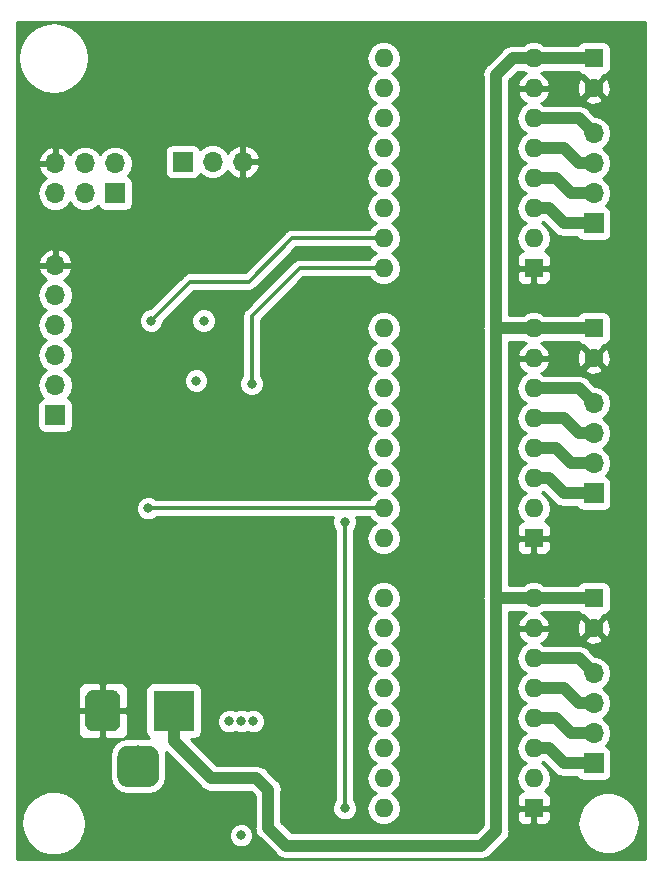
<source format=gbr>
G04 #@! TF.GenerationSoftware,KiCad,Pcbnew,(5.0.2-5-10.14)*
G04 #@! TF.CreationDate,2019-10-07T17:27:23-04:00*
G04 #@! TF.ProjectId,mobo,6d6f626f-2e6b-4696-9361-645f70636258,rev?*
G04 #@! TF.SameCoordinates,Original*
G04 #@! TF.FileFunction,Copper,L4,Bot*
G04 #@! TF.FilePolarity,Positive*
%FSLAX46Y46*%
G04 Gerber Fmt 4.6, Leading zero omitted, Abs format (unit mm)*
G04 Created by KiCad (PCBNEW (5.0.2-5-10.14)) date Monday, October 07, 2019 at 05:27:23 PM*
%MOMM*%
%LPD*%
G01*
G04 APERTURE LIST*
G04 #@! TA.AperFunction,ComponentPad*
%ADD10R,1.600000X1.600000*%
G04 #@! TD*
G04 #@! TA.AperFunction,ComponentPad*
%ADD11O,1.600000X1.600000*%
G04 #@! TD*
G04 #@! TA.AperFunction,ComponentPad*
%ADD12C,1.600000*%
G04 #@! TD*
G04 #@! TA.AperFunction,ComponentPad*
%ADD13R,1.700000X1.700000*%
G04 #@! TD*
G04 #@! TA.AperFunction,ComponentPad*
%ADD14O,1.700000X1.700000*%
G04 #@! TD*
G04 #@! TA.AperFunction,ComponentPad*
%ADD15R,3.500000X3.500000*%
G04 #@! TD*
G04 #@! TA.AperFunction,Conductor*
%ADD16C,0.100000*%
G04 #@! TD*
G04 #@! TA.AperFunction,ComponentPad*
%ADD17C,3.000000*%
G04 #@! TD*
G04 #@! TA.AperFunction,ComponentPad*
%ADD18C,3.500000*%
G04 #@! TD*
G04 #@! TA.AperFunction,ViaPad*
%ADD19C,0.800000*%
G04 #@! TD*
G04 #@! TA.AperFunction,Conductor*
%ADD20C,1.000000*%
G04 #@! TD*
G04 #@! TA.AperFunction,Conductor*
%ADD21C,0.300000*%
G04 #@! TD*
G04 #@! TA.AperFunction,Conductor*
%ADD22C,0.254000*%
G04 #@! TD*
G04 APERTURE END LIST*
D10*
G04 #@! TO.P,A1,1*
G04 #@! TO.N,GND*
X210820000Y-91440000D03*
D11*
G04 #@! TO.P,A1,9*
G04 #@! TO.N,STP_EN*
X198120000Y-73660000D03*
G04 #@! TO.P,A1,2*
G04 #@! TO.N,Net-(A1-Pad2)*
X210820000Y-88900000D03*
G04 #@! TO.P,A1,10*
G04 #@! TO.N,Net-(A1-Pad10)*
X198120000Y-76200000D03*
G04 #@! TO.P,A1,3*
G04 #@! TO.N,Net-(A1-Pad3)*
X210820000Y-86360000D03*
G04 #@! TO.P,A1,11*
G04 #@! TO.N,Net-(A1-Pad11)*
X198120000Y-78740000D03*
G04 #@! TO.P,A1,4*
G04 #@! TO.N,Net-(A1-Pad4)*
X210820000Y-83820000D03*
G04 #@! TO.P,A1,12*
G04 #@! TO.N,Net-(A1-Pad12)*
X198120000Y-81280000D03*
G04 #@! TO.P,A1,5*
G04 #@! TO.N,Net-(A1-Pad5)*
X210820000Y-81280000D03*
G04 #@! TO.P,A1,13*
G04 #@! TO.N,+5V*
X198120000Y-83820000D03*
G04 #@! TO.P,A1,6*
G04 #@! TO.N,Net-(A1-Pad6)*
X210820000Y-78740000D03*
G04 #@! TO.P,A1,14*
G04 #@! TO.N,+5V*
X198120000Y-86360000D03*
G04 #@! TO.P,A1,7*
G04 #@! TO.N,GND*
X210820000Y-76200000D03*
G04 #@! TO.P,A1,15*
G04 #@! TO.N,V_STEP*
X198120000Y-88900000D03*
G04 #@! TO.P,A1,8*
G04 #@! TO.N,+12V*
X210820000Y-73660000D03*
G04 #@! TO.P,A1,16*
G04 #@! TO.N,V_DIR*
X198120000Y-91440000D03*
G04 #@! TD*
G04 #@! TO.P,A2,16*
G04 #@! TO.N,U_DIR*
X198120000Y-68580000D03*
G04 #@! TO.P,A2,8*
G04 #@! TO.N,+12V*
X210820000Y-50800000D03*
G04 #@! TO.P,A2,15*
G04 #@! TO.N,U_STEP*
X198120000Y-66040000D03*
G04 #@! TO.P,A2,7*
G04 #@! TO.N,GND*
X210820000Y-53340000D03*
G04 #@! TO.P,A2,14*
G04 #@! TO.N,+5V*
X198120000Y-63500000D03*
G04 #@! TO.P,A2,6*
G04 #@! TO.N,Net-(A2-Pad6)*
X210820000Y-55880000D03*
G04 #@! TO.P,A2,13*
G04 #@! TO.N,+5V*
X198120000Y-60960000D03*
G04 #@! TO.P,A2,5*
G04 #@! TO.N,Net-(A2-Pad5)*
X210820000Y-58420000D03*
G04 #@! TO.P,A2,12*
G04 #@! TO.N,Net-(A2-Pad12)*
X198120000Y-58420000D03*
G04 #@! TO.P,A2,4*
G04 #@! TO.N,Net-(A2-Pad4)*
X210820000Y-60960000D03*
G04 #@! TO.P,A2,11*
G04 #@! TO.N,Net-(A2-Pad11)*
X198120000Y-55880000D03*
G04 #@! TO.P,A2,3*
G04 #@! TO.N,Net-(A2-Pad3)*
X210820000Y-63500000D03*
G04 #@! TO.P,A2,10*
G04 #@! TO.N,Net-(A2-Pad10)*
X198120000Y-53340000D03*
G04 #@! TO.P,A2,2*
G04 #@! TO.N,Net-(A2-Pad2)*
X210820000Y-66040000D03*
G04 #@! TO.P,A2,9*
G04 #@! TO.N,STP_EN*
X198120000Y-50800000D03*
D10*
G04 #@! TO.P,A2,1*
G04 #@! TO.N,GND*
X210820000Y-68580000D03*
G04 #@! TD*
G04 #@! TO.P,A3,1*
G04 #@! TO.N,GND*
X210820000Y-45720000D03*
D11*
G04 #@! TO.P,A3,9*
G04 #@! TO.N,STP_EN*
X198120000Y-27940000D03*
G04 #@! TO.P,A3,2*
G04 #@! TO.N,Net-(A3-Pad2)*
X210820000Y-43180000D03*
G04 #@! TO.P,A3,10*
G04 #@! TO.N,Net-(A3-Pad10)*
X198120000Y-30480000D03*
G04 #@! TO.P,A3,3*
G04 #@! TO.N,Net-(A3-Pad3)*
X210820000Y-40640000D03*
G04 #@! TO.P,A3,11*
G04 #@! TO.N,Net-(A3-Pad11)*
X198120000Y-33020000D03*
G04 #@! TO.P,A3,4*
G04 #@! TO.N,Net-(A3-Pad4)*
X210820000Y-38100000D03*
G04 #@! TO.P,A3,12*
G04 #@! TO.N,Net-(A3-Pad12)*
X198120000Y-35560000D03*
G04 #@! TO.P,A3,5*
G04 #@! TO.N,Net-(A3-Pad5)*
X210820000Y-35560000D03*
G04 #@! TO.P,A3,13*
G04 #@! TO.N,+5V*
X198120000Y-38100000D03*
G04 #@! TO.P,A3,6*
G04 #@! TO.N,Net-(A3-Pad6)*
X210820000Y-33020000D03*
G04 #@! TO.P,A3,14*
G04 #@! TO.N,+5V*
X198120000Y-40640000D03*
G04 #@! TO.P,A3,7*
G04 #@! TO.N,GND*
X210820000Y-30480000D03*
G04 #@! TO.P,A3,15*
G04 #@! TO.N,X_STEP*
X198120000Y-43180000D03*
G04 #@! TO.P,A3,8*
G04 #@! TO.N,+12V*
X210820000Y-27940000D03*
G04 #@! TO.P,A3,16*
G04 #@! TO.N,X_DIR*
X198120000Y-45720000D03*
G04 #@! TD*
D10*
G04 #@! TO.P,C2,1*
G04 #@! TO.N,+12V*
X215900000Y-27940000D03*
D12*
G04 #@! TO.P,C2,2*
G04 #@! TO.N,GND*
X215900000Y-30440000D03*
G04 #@! TD*
G04 #@! TO.P,C3,2*
G04 #@! TO.N,GND*
X215900000Y-76160000D03*
D10*
G04 #@! TO.P,C3,1*
G04 #@! TO.N,+12V*
X215900000Y-73660000D03*
G04 #@! TD*
G04 #@! TO.P,C4,1*
G04 #@! TO.N,+12V*
X215900000Y-50800000D03*
D12*
G04 #@! TO.P,C4,2*
G04 #@! TO.N,GND*
X215900000Y-53300000D03*
G04 #@! TD*
D13*
G04 #@! TO.P,J1,1*
G04 #@! TO.N,RTS*
X170307000Y-58166000D03*
D14*
G04 #@! TO.P,J1,2*
G04 #@! TO.N,TX*
X170307000Y-55626000D03*
G04 #@! TO.P,J1,3*
G04 #@! TO.N,RX*
X170307000Y-53086000D03*
G04 #@! TO.P,J1,4*
G04 #@! TO.N,+5V*
X170307000Y-50546000D03*
G04 #@! TO.P,J1,5*
G04 #@! TO.N,CTS*
X170307000Y-48006000D03*
G04 #@! TO.P,J1,6*
G04 #@! TO.N,GND*
X170307000Y-45466000D03*
G04 #@! TD*
D15*
G04 #@! TO.P,J2,1*
G04 #@! TO.N,+12V*
X180340000Y-83185000D03*
D16*
G04 #@! TD*
G04 #@! TO.N,GND*
G04 #@! TO.C,J2*
G36*
X175163513Y-81438611D02*
X175236318Y-81449411D01*
X175307714Y-81467295D01*
X175377013Y-81492090D01*
X175443548Y-81523559D01*
X175506678Y-81561398D01*
X175565795Y-81605242D01*
X175620330Y-81654670D01*
X175669758Y-81709205D01*
X175713602Y-81768322D01*
X175751441Y-81831452D01*
X175782910Y-81897987D01*
X175807705Y-81967286D01*
X175825589Y-82038682D01*
X175836389Y-82111487D01*
X175840000Y-82185000D01*
X175840000Y-84185000D01*
X175836389Y-84258513D01*
X175825589Y-84331318D01*
X175807705Y-84402714D01*
X175782910Y-84472013D01*
X175751441Y-84538548D01*
X175713602Y-84601678D01*
X175669758Y-84660795D01*
X175620330Y-84715330D01*
X175565795Y-84764758D01*
X175506678Y-84808602D01*
X175443548Y-84846441D01*
X175377013Y-84877910D01*
X175307714Y-84902705D01*
X175236318Y-84920589D01*
X175163513Y-84931389D01*
X175090000Y-84935000D01*
X173590000Y-84935000D01*
X173516487Y-84931389D01*
X173443682Y-84920589D01*
X173372286Y-84902705D01*
X173302987Y-84877910D01*
X173236452Y-84846441D01*
X173173322Y-84808602D01*
X173114205Y-84764758D01*
X173059670Y-84715330D01*
X173010242Y-84660795D01*
X172966398Y-84601678D01*
X172928559Y-84538548D01*
X172897090Y-84472013D01*
X172872295Y-84402714D01*
X172854411Y-84331318D01*
X172843611Y-84258513D01*
X172840000Y-84185000D01*
X172840000Y-82185000D01*
X172843611Y-82111487D01*
X172854411Y-82038682D01*
X172872295Y-81967286D01*
X172897090Y-81897987D01*
X172928559Y-81831452D01*
X172966398Y-81768322D01*
X173010242Y-81709205D01*
X173059670Y-81654670D01*
X173114205Y-81605242D01*
X173173322Y-81561398D01*
X173236452Y-81523559D01*
X173302987Y-81492090D01*
X173372286Y-81467295D01*
X173443682Y-81449411D01*
X173516487Y-81438611D01*
X173590000Y-81435000D01*
X175090000Y-81435000D01*
X175163513Y-81438611D01*
X175163513Y-81438611D01*
G37*
D17*
G04 #@! TO.P,J2,2*
G04 #@! TO.N,GND*
X174340000Y-83185000D03*
D16*
G04 #@! TD*
G04 #@! TO.N,N/C*
G04 #@! TO.C,J2*
G36*
X178300765Y-86139213D02*
X178385704Y-86151813D01*
X178468999Y-86172677D01*
X178549848Y-86201605D01*
X178627472Y-86238319D01*
X178701124Y-86282464D01*
X178770094Y-86333616D01*
X178833718Y-86391282D01*
X178891384Y-86454906D01*
X178942536Y-86523876D01*
X178986681Y-86597528D01*
X179023395Y-86675152D01*
X179052323Y-86756001D01*
X179073187Y-86839296D01*
X179085787Y-86924235D01*
X179090000Y-87010000D01*
X179090000Y-88760000D01*
X179085787Y-88845765D01*
X179073187Y-88930704D01*
X179052323Y-89013999D01*
X179023395Y-89094848D01*
X178986681Y-89172472D01*
X178942536Y-89246124D01*
X178891384Y-89315094D01*
X178833718Y-89378718D01*
X178770094Y-89436384D01*
X178701124Y-89487536D01*
X178627472Y-89531681D01*
X178549848Y-89568395D01*
X178468999Y-89597323D01*
X178385704Y-89618187D01*
X178300765Y-89630787D01*
X178215000Y-89635000D01*
X176465000Y-89635000D01*
X176379235Y-89630787D01*
X176294296Y-89618187D01*
X176211001Y-89597323D01*
X176130152Y-89568395D01*
X176052528Y-89531681D01*
X175978876Y-89487536D01*
X175909906Y-89436384D01*
X175846282Y-89378718D01*
X175788616Y-89315094D01*
X175737464Y-89246124D01*
X175693319Y-89172472D01*
X175656605Y-89094848D01*
X175627677Y-89013999D01*
X175606813Y-88930704D01*
X175594213Y-88845765D01*
X175590000Y-88760000D01*
X175590000Y-87010000D01*
X175594213Y-86924235D01*
X175606813Y-86839296D01*
X175627677Y-86756001D01*
X175656605Y-86675152D01*
X175693319Y-86597528D01*
X175737464Y-86523876D01*
X175788616Y-86454906D01*
X175846282Y-86391282D01*
X175909906Y-86333616D01*
X175978876Y-86282464D01*
X176052528Y-86238319D01*
X176130152Y-86201605D01*
X176211001Y-86172677D01*
X176294296Y-86151813D01*
X176379235Y-86139213D01*
X176465000Y-86135000D01*
X178215000Y-86135000D01*
X178300765Y-86139213D01*
X178300765Y-86139213D01*
G37*
D18*
G04 #@! TO.P,J2,3*
G04 #@! TO.N,N/C*
X177340000Y-87885000D03*
G04 #@! TD*
D13*
G04 #@! TO.P,J3,1*
G04 #@! TO.N,MISO*
X175387000Y-39370000D03*
D14*
G04 #@! TO.P,J3,2*
G04 #@! TO.N,+5V*
X175387000Y-36830000D03*
G04 #@! TO.P,J3,3*
G04 #@! TO.N,SCK*
X172847000Y-39370000D03*
G04 #@! TO.P,J3,4*
G04 #@! TO.N,MOSI*
X172847000Y-36830000D03*
G04 #@! TO.P,J3,5*
G04 #@! TO.N,RESET*
X170307000Y-39370000D03*
G04 #@! TO.P,J3,6*
G04 #@! TO.N,GND*
X170307000Y-36830000D03*
G04 #@! TD*
D13*
G04 #@! TO.P,J4,1*
G04 #@! TO.N,+5V*
X181102000Y-36703000D03*
D14*
G04 #@! TO.P,J4,2*
G04 #@! TO.N,MOSI*
X183642000Y-36703000D03*
G04 #@! TO.P,J4,3*
G04 #@! TO.N,GND*
X186182000Y-36703000D03*
G04 #@! TD*
D13*
G04 #@! TO.P,J5,1*
G04 #@! TO.N,Net-(A1-Pad3)*
X215900000Y-87630000D03*
D14*
G04 #@! TO.P,J5,2*
G04 #@! TO.N,Net-(A1-Pad4)*
X215900000Y-85090000D03*
G04 #@! TO.P,J5,3*
G04 #@! TO.N,Net-(A1-Pad5)*
X215900000Y-82550000D03*
G04 #@! TO.P,J5,4*
G04 #@! TO.N,Net-(A1-Pad6)*
X215900000Y-80010000D03*
G04 #@! TD*
G04 #@! TO.P,J6,4*
G04 #@! TO.N,Net-(A2-Pad6)*
X215900000Y-57150000D03*
G04 #@! TO.P,J6,3*
G04 #@! TO.N,Net-(A2-Pad5)*
X215900000Y-59690000D03*
G04 #@! TO.P,J6,2*
G04 #@! TO.N,Net-(A2-Pad4)*
X215900000Y-62230000D03*
D13*
G04 #@! TO.P,J6,1*
G04 #@! TO.N,Net-(A2-Pad3)*
X215900000Y-64770000D03*
G04 #@! TD*
G04 #@! TO.P,J7,1*
G04 #@! TO.N,Net-(A3-Pad3)*
X215900000Y-41910000D03*
D14*
G04 #@! TO.P,J7,2*
G04 #@! TO.N,Net-(A3-Pad4)*
X215900000Y-39370000D03*
G04 #@! TO.P,J7,3*
G04 #@! TO.N,Net-(A3-Pad5)*
X215900000Y-36830000D03*
G04 #@! TO.P,J7,4*
G04 #@! TO.N,Net-(A3-Pad6)*
X215900000Y-34290000D03*
G04 #@! TD*
D19*
G04 #@! TO.N,GND*
X180594000Y-58801000D03*
X183388000Y-63119000D03*
X179451000Y-45847000D03*
G04 #@! TO.N,+5V*
X182245000Y-55245000D03*
X182880000Y-50165000D03*
X186055000Y-84074000D03*
X185039000Y-84074000D03*
X187071000Y-84074000D03*
X186055000Y-93726000D03*
G04 #@! TO.N,+12V*
X189865000Y-94615000D03*
X206375000Y-94615000D03*
G04 #@! TO.N,V_DIR*
X194818000Y-67183000D03*
X194818000Y-91440000D03*
G04 #@! TO.N,U_STEP*
X178181000Y-66040000D03*
G04 #@! TO.N,X_STEP*
X178435000Y-50165000D03*
G04 #@! TO.N,X_DIR*
X186944000Y-55499000D03*
G04 #@! TD*
D20*
G04 #@! TO.N,Net-(A1-Pad3)*
X215900000Y-87630000D02*
X213360000Y-87630000D01*
X213360000Y-87630000D02*
X212090000Y-86360000D01*
X212090000Y-86360000D02*
X210820000Y-86360000D01*
G04 #@! TO.N,Net-(A1-Pad4)*
X215900000Y-85090000D02*
X213995000Y-85090000D01*
X213995000Y-85090000D02*
X212725000Y-83820000D01*
X212725000Y-83820000D02*
X210820000Y-83820000D01*
G04 #@! TO.N,Net-(A1-Pad5)*
X215900000Y-82550000D02*
X214630000Y-82550000D01*
X214630000Y-82550000D02*
X213360000Y-81280000D01*
X213360000Y-81280000D02*
X210820000Y-81280000D01*
G04 #@! TO.N,Net-(A1-Pad6)*
X215900000Y-80010000D02*
X214630000Y-78740000D01*
X214630000Y-78740000D02*
X210820000Y-78740000D01*
G04 #@! TO.N,+12V*
X207645000Y-73660000D02*
X210820000Y-73660000D01*
X207645000Y-50800000D02*
X210820000Y-50800000D01*
X187325000Y-88900000D02*
X183515000Y-88900000D01*
X188341000Y-93091000D02*
X188341000Y-89916000D01*
X206375000Y-94615000D02*
X206375000Y-94615000D01*
X189865000Y-94615000D02*
X188341000Y-93091000D01*
X207645000Y-29337000D02*
X207645000Y-93345000D01*
X183515000Y-88900000D02*
X180340000Y-85725000D01*
X209042000Y-27940000D02*
X207645000Y-29337000D01*
X207645000Y-93345000D02*
X206375000Y-94615000D01*
X188341000Y-89916000D02*
X187325000Y-88900000D01*
X210820000Y-27940000D02*
X209042000Y-27940000D01*
X180340000Y-85725000D02*
X180340000Y-83185000D01*
X215900000Y-27940000D02*
X210820000Y-27940000D01*
X215900000Y-50800000D02*
X210820000Y-50800000D01*
X215900000Y-73660000D02*
X210820000Y-73660000D01*
X189865000Y-94615000D02*
X189865000Y-94615000D01*
X206375000Y-94615000D02*
X189865000Y-94615000D01*
D21*
G04 #@! TO.N,V_DIR*
X194818000Y-67183000D02*
X194818000Y-91440000D01*
G04 #@! TO.N,U_STEP*
X178943000Y-66040000D02*
X198120000Y-66040000D01*
X178181000Y-66040000D02*
X178943000Y-66040000D01*
D20*
G04 #@! TO.N,Net-(A2-Pad6)*
X215900000Y-57150000D02*
X214630000Y-55880000D01*
X214630000Y-55880000D02*
X210820000Y-55880000D01*
G04 #@! TO.N,Net-(A2-Pad5)*
X215900000Y-59690000D02*
X214630000Y-59690000D01*
X214630000Y-59690000D02*
X213360000Y-58420000D01*
X213360000Y-58420000D02*
X210820000Y-58420000D01*
G04 #@! TO.N,Net-(A2-Pad4)*
X215900000Y-62230000D02*
X213995000Y-62230000D01*
X213995000Y-62230000D02*
X212725000Y-60960000D01*
X212725000Y-60960000D02*
X210820000Y-60960000D01*
G04 #@! TO.N,Net-(A2-Pad3)*
X215900000Y-64770000D02*
X213360000Y-64770000D01*
X213360000Y-64770000D02*
X212090000Y-63500000D01*
X212090000Y-63500000D02*
X210820000Y-63500000D01*
G04 #@! TO.N,Net-(A3-Pad3)*
X215900000Y-41910000D02*
X213360000Y-41910000D01*
X213360000Y-41910000D02*
X212090000Y-40640000D01*
X212090000Y-40640000D02*
X210820000Y-40640000D01*
G04 #@! TO.N,Net-(A3-Pad4)*
X215900000Y-39370000D02*
X213995000Y-39370000D01*
X213995000Y-39370000D02*
X212725000Y-38100000D01*
X212725000Y-38100000D02*
X210820000Y-38100000D01*
G04 #@! TO.N,Net-(A3-Pad5)*
X215900000Y-36830000D02*
X214630000Y-36830000D01*
X214630000Y-36830000D02*
X213360000Y-35560000D01*
X213360000Y-35560000D02*
X210820000Y-35560000D01*
G04 #@! TO.N,Net-(A3-Pad6)*
X215900000Y-34290000D02*
X214630000Y-33020000D01*
X214630000Y-33020000D02*
X210820000Y-33020000D01*
D21*
G04 #@! TO.N,X_STEP*
X186682999Y-46870001D02*
X190373000Y-43180000D01*
X181729999Y-46870001D02*
X186682999Y-46870001D01*
X190373000Y-43180000D02*
X198120000Y-43180000D01*
X178435000Y-50165000D02*
X181729999Y-46870001D01*
G04 #@! TO.N,X_DIR*
X186944000Y-55499000D02*
X186944000Y-49784000D01*
X191008000Y-45720000D02*
X198120000Y-45720000D01*
X186944000Y-49784000D02*
X191008000Y-45720000D01*
G04 #@! TD*
D22*
G04 #@! TO.N,GND*
G36*
X220245001Y-95785000D02*
X167105000Y-95785000D01*
X167105000Y-92743451D01*
X167442158Y-92743451D01*
X167561594Y-93510527D01*
X167891521Y-94213250D01*
X168405418Y-94795127D01*
X169061972Y-95209382D01*
X169808405Y-95422713D01*
X170584709Y-95417971D01*
X171328479Y-95195536D01*
X171979924Y-94773291D01*
X172486673Y-94185179D01*
X172789054Y-93520126D01*
X185020000Y-93520126D01*
X185020000Y-93931874D01*
X185177569Y-94312280D01*
X185468720Y-94603431D01*
X185849126Y-94761000D01*
X186260874Y-94761000D01*
X186641280Y-94603431D01*
X186932431Y-94312280D01*
X187090000Y-93931874D01*
X187090000Y-93520126D01*
X186932431Y-93139720D01*
X186641280Y-92848569D01*
X186260874Y-92691000D01*
X185849126Y-92691000D01*
X185468720Y-92848569D01*
X185177569Y-93139720D01*
X185020000Y-93520126D01*
X172789054Y-93520126D01*
X172807991Y-93478478D01*
X172918046Y-92710000D01*
X172917229Y-92643104D01*
X172788431Y-91877543D01*
X172449943Y-91178904D01*
X171928976Y-90603349D01*
X171267409Y-90197146D01*
X170518427Y-89992950D01*
X169742238Y-90007175D01*
X169001241Y-90238680D01*
X168355003Y-90668852D01*
X167855476Y-91263112D01*
X167542817Y-91973685D01*
X167442158Y-92743451D01*
X167105000Y-92743451D01*
X167105000Y-87010000D01*
X174942560Y-87010000D01*
X174942560Y-88760000D01*
X175058449Y-89342613D01*
X175388472Y-89836528D01*
X175882387Y-90166551D01*
X176465000Y-90282440D01*
X178215000Y-90282440D01*
X178797613Y-90166551D01*
X179291528Y-89836528D01*
X179621551Y-89342613D01*
X179737440Y-88760000D01*
X179737440Y-87010000D01*
X179667312Y-86657443D01*
X182633389Y-89623521D01*
X182696711Y-89718289D01*
X183020409Y-89934577D01*
X183072145Y-89969146D01*
X183514999Y-90057235D01*
X183626782Y-90035000D01*
X186854869Y-90035000D01*
X187206001Y-90386132D01*
X187206000Y-92979217D01*
X187183765Y-93091000D01*
X187206000Y-93202782D01*
X187271854Y-93533854D01*
X187522711Y-93909289D01*
X187617481Y-93972613D01*
X188983391Y-95338524D01*
X189046711Y-95433289D01*
X189422145Y-95684146D01*
X189753217Y-95750000D01*
X189864999Y-95772235D01*
X189976781Y-95750000D01*
X206263217Y-95750000D01*
X206375000Y-95772235D01*
X206486783Y-95750000D01*
X206817855Y-95684146D01*
X207193289Y-95433289D01*
X207256613Y-95338518D01*
X208368521Y-94226611D01*
X208463289Y-94163289D01*
X208714146Y-93787855D01*
X208762283Y-93545854D01*
X208802235Y-93345001D01*
X208780000Y-93233218D01*
X208780000Y-91725750D01*
X209385000Y-91725750D01*
X209385000Y-92366310D01*
X209481673Y-92599699D01*
X209660302Y-92778327D01*
X209893691Y-92875000D01*
X210534250Y-92875000D01*
X210693000Y-92716250D01*
X210693000Y-91567000D01*
X210947000Y-91567000D01*
X210947000Y-92716250D01*
X211105750Y-92875000D01*
X211746309Y-92875000D01*
X211979698Y-92778327D01*
X212015833Y-92742192D01*
X214535197Y-92742192D01*
X214650137Y-93480399D01*
X214967648Y-94156675D01*
X215462204Y-94716653D01*
X216094049Y-95115318D01*
X216812389Y-95320621D01*
X217559478Y-95316057D01*
X218275256Y-95101994D01*
X218902184Y-94695640D01*
X219389862Y-94129661D01*
X219699087Y-93449557D01*
X219805000Y-92710000D01*
X219804213Y-92645621D01*
X219680263Y-91908873D01*
X219354514Y-91236527D01*
X218853153Y-90682632D01*
X218216485Y-90291717D01*
X217495690Y-90095205D01*
X216748713Y-90108896D01*
X216035603Y-90331688D01*
X215413687Y-90745671D01*
X214932960Y-91317565D01*
X214632067Y-92001396D01*
X214535197Y-92742192D01*
X212015833Y-92742192D01*
X212158327Y-92599699D01*
X212255000Y-92366310D01*
X212255000Y-91725750D01*
X212096250Y-91567000D01*
X210947000Y-91567000D01*
X210693000Y-91567000D01*
X209543750Y-91567000D01*
X209385000Y-91725750D01*
X208780000Y-91725750D01*
X208780000Y-78740000D01*
X209356887Y-78740000D01*
X209468260Y-79299909D01*
X209785423Y-79774577D01*
X210137758Y-80010000D01*
X209785423Y-80245423D01*
X209468260Y-80720091D01*
X209356887Y-81280000D01*
X209468260Y-81839909D01*
X209785423Y-82314577D01*
X210137758Y-82550000D01*
X209785423Y-82785423D01*
X209468260Y-83260091D01*
X209356887Y-83820000D01*
X209468260Y-84379909D01*
X209785423Y-84854577D01*
X210137758Y-85090000D01*
X209785423Y-85325423D01*
X209468260Y-85800091D01*
X209356887Y-86360000D01*
X209468260Y-86919909D01*
X209785423Y-87394577D01*
X210137758Y-87630000D01*
X209785423Y-87865423D01*
X209468260Y-88340091D01*
X209356887Y-88900000D01*
X209468260Y-89459909D01*
X209785423Y-89934577D01*
X209891918Y-90005735D01*
X209660302Y-90101673D01*
X209481673Y-90280301D01*
X209385000Y-90513690D01*
X209385000Y-91154250D01*
X209543750Y-91313000D01*
X210693000Y-91313000D01*
X210693000Y-91293000D01*
X210947000Y-91293000D01*
X210947000Y-91313000D01*
X212096250Y-91313000D01*
X212255000Y-91154250D01*
X212255000Y-90513690D01*
X212158327Y-90280301D01*
X211979698Y-90101673D01*
X211748082Y-90005735D01*
X211854577Y-89934577D01*
X212171740Y-89459909D01*
X212283113Y-88900000D01*
X212171740Y-88340091D01*
X211854577Y-87865423D01*
X211502242Y-87630000D01*
X211653680Y-87528812D01*
X212478389Y-88353521D01*
X212541711Y-88448289D01*
X212917145Y-88699146D01*
X213359999Y-88787235D01*
X213471782Y-88765000D01*
X214476723Y-88765000D01*
X214592191Y-88937809D01*
X214802235Y-89078157D01*
X215050000Y-89127440D01*
X216750000Y-89127440D01*
X216997765Y-89078157D01*
X217207809Y-88937809D01*
X217348157Y-88727765D01*
X217397440Y-88480000D01*
X217397440Y-86780000D01*
X217348157Y-86532235D01*
X217207809Y-86322191D01*
X216997765Y-86181843D01*
X216952381Y-86172816D01*
X216970625Y-86160625D01*
X217298839Y-85669418D01*
X217414092Y-85090000D01*
X217298839Y-84510582D01*
X216970625Y-84019375D01*
X216672239Y-83820000D01*
X216970625Y-83620625D01*
X217298839Y-83129418D01*
X217414092Y-82550000D01*
X217298839Y-81970582D01*
X216970625Y-81479375D01*
X216672239Y-81280000D01*
X216970625Y-81080625D01*
X217298839Y-80589418D01*
X217414092Y-80010000D01*
X217298839Y-79430582D01*
X216970625Y-78939375D01*
X216479418Y-78611161D01*
X216046256Y-78525000D01*
X216020131Y-78525000D01*
X215511613Y-78016482D01*
X215448289Y-77921711D01*
X215072855Y-77670854D01*
X214741783Y-77605000D01*
X214630000Y-77582765D01*
X214518217Y-77605000D01*
X211704283Y-77605000D01*
X211470892Y-77449053D01*
X211675134Y-77352389D01*
X211842398Y-77167745D01*
X215071861Y-77167745D01*
X215145995Y-77413864D01*
X215683223Y-77606965D01*
X216253454Y-77579778D01*
X216654005Y-77413864D01*
X216728139Y-77167745D01*
X215900000Y-76339605D01*
X215071861Y-77167745D01*
X211842398Y-77167745D01*
X212051041Y-76937423D01*
X212211904Y-76549039D01*
X212089915Y-76327000D01*
X210947000Y-76327000D01*
X210947000Y-76347000D01*
X210693000Y-76347000D01*
X210693000Y-76327000D01*
X209550085Y-76327000D01*
X209428096Y-76549039D01*
X209588959Y-76937423D01*
X209964866Y-77352389D01*
X210169108Y-77449053D01*
X209785423Y-77705423D01*
X209468260Y-78180091D01*
X209356887Y-78740000D01*
X208780000Y-78740000D01*
X208780000Y-74795000D01*
X209935717Y-74795000D01*
X210169108Y-74950947D01*
X209964866Y-75047611D01*
X209588959Y-75462577D01*
X209428096Y-75850961D01*
X209550085Y-76073000D01*
X210693000Y-76073000D01*
X210693000Y-76053000D01*
X210947000Y-76053000D01*
X210947000Y-76073000D01*
X212089915Y-76073000D01*
X212161214Y-75943223D01*
X214453035Y-75943223D01*
X214480222Y-76513454D01*
X214646136Y-76914005D01*
X214892255Y-76988139D01*
X215720395Y-76160000D01*
X216079605Y-76160000D01*
X216907745Y-76988139D01*
X217153864Y-76914005D01*
X217346965Y-76376777D01*
X217319778Y-75806546D01*
X217153864Y-75405995D01*
X216907745Y-75331861D01*
X216079605Y-76160000D01*
X215720395Y-76160000D01*
X214892255Y-75331861D01*
X214646136Y-75405995D01*
X214453035Y-75943223D01*
X212161214Y-75943223D01*
X212211904Y-75850961D01*
X212051041Y-75462577D01*
X211675134Y-75047611D01*
X211470892Y-74950947D01*
X211704283Y-74795000D01*
X214560132Y-74795000D01*
X214642191Y-74917809D01*
X214852235Y-75058157D01*
X215086187Y-75104693D01*
X215071861Y-75152255D01*
X215900000Y-75980395D01*
X216728139Y-75152255D01*
X216713813Y-75104693D01*
X216947765Y-75058157D01*
X217157809Y-74917809D01*
X217298157Y-74707765D01*
X217347440Y-74460000D01*
X217347440Y-72860000D01*
X217298157Y-72612235D01*
X217157809Y-72402191D01*
X216947765Y-72261843D01*
X216700000Y-72212560D01*
X215100000Y-72212560D01*
X214852235Y-72261843D01*
X214642191Y-72402191D01*
X214560132Y-72525000D01*
X211704283Y-72525000D01*
X211379909Y-72308260D01*
X210961333Y-72225000D01*
X210678667Y-72225000D01*
X210260091Y-72308260D01*
X209935717Y-72525000D01*
X208780000Y-72525000D01*
X208780000Y-68865750D01*
X209385000Y-68865750D01*
X209385000Y-69506310D01*
X209481673Y-69739699D01*
X209660302Y-69918327D01*
X209893691Y-70015000D01*
X210534250Y-70015000D01*
X210693000Y-69856250D01*
X210693000Y-68707000D01*
X210947000Y-68707000D01*
X210947000Y-69856250D01*
X211105750Y-70015000D01*
X211746309Y-70015000D01*
X211979698Y-69918327D01*
X212158327Y-69739699D01*
X212255000Y-69506310D01*
X212255000Y-68865750D01*
X212096250Y-68707000D01*
X210947000Y-68707000D01*
X210693000Y-68707000D01*
X209543750Y-68707000D01*
X209385000Y-68865750D01*
X208780000Y-68865750D01*
X208780000Y-55880000D01*
X209356887Y-55880000D01*
X209468260Y-56439909D01*
X209785423Y-56914577D01*
X210137758Y-57150000D01*
X209785423Y-57385423D01*
X209468260Y-57860091D01*
X209356887Y-58420000D01*
X209468260Y-58979909D01*
X209785423Y-59454577D01*
X210137758Y-59690000D01*
X209785423Y-59925423D01*
X209468260Y-60400091D01*
X209356887Y-60960000D01*
X209468260Y-61519909D01*
X209785423Y-61994577D01*
X210137758Y-62230000D01*
X209785423Y-62465423D01*
X209468260Y-62940091D01*
X209356887Y-63500000D01*
X209468260Y-64059909D01*
X209785423Y-64534577D01*
X210137758Y-64770000D01*
X209785423Y-65005423D01*
X209468260Y-65480091D01*
X209356887Y-66040000D01*
X209468260Y-66599909D01*
X209785423Y-67074577D01*
X209891918Y-67145735D01*
X209660302Y-67241673D01*
X209481673Y-67420301D01*
X209385000Y-67653690D01*
X209385000Y-68294250D01*
X209543750Y-68453000D01*
X210693000Y-68453000D01*
X210693000Y-68433000D01*
X210947000Y-68433000D01*
X210947000Y-68453000D01*
X212096250Y-68453000D01*
X212255000Y-68294250D01*
X212255000Y-67653690D01*
X212158327Y-67420301D01*
X211979698Y-67241673D01*
X211748082Y-67145735D01*
X211854577Y-67074577D01*
X212171740Y-66599909D01*
X212283113Y-66040000D01*
X212171740Y-65480091D01*
X211854577Y-65005423D01*
X211502242Y-64770000D01*
X211653680Y-64668812D01*
X212478389Y-65493521D01*
X212541711Y-65588289D01*
X212909632Y-65834126D01*
X212917145Y-65839146D01*
X213359999Y-65927235D01*
X213471782Y-65905000D01*
X214476723Y-65905000D01*
X214592191Y-66077809D01*
X214802235Y-66218157D01*
X215050000Y-66267440D01*
X216750000Y-66267440D01*
X216997765Y-66218157D01*
X217207809Y-66077809D01*
X217348157Y-65867765D01*
X217397440Y-65620000D01*
X217397440Y-63920000D01*
X217348157Y-63672235D01*
X217207809Y-63462191D01*
X216997765Y-63321843D01*
X216952381Y-63312816D01*
X216970625Y-63300625D01*
X217298839Y-62809418D01*
X217414092Y-62230000D01*
X217298839Y-61650582D01*
X216970625Y-61159375D01*
X216672239Y-60960000D01*
X216970625Y-60760625D01*
X217298839Y-60269418D01*
X217414092Y-59690000D01*
X217298839Y-59110582D01*
X216970625Y-58619375D01*
X216672239Y-58420000D01*
X216970625Y-58220625D01*
X217298839Y-57729418D01*
X217414092Y-57150000D01*
X217298839Y-56570582D01*
X216970625Y-56079375D01*
X216479418Y-55751161D01*
X216046256Y-55665000D01*
X216020131Y-55665000D01*
X215511613Y-55156482D01*
X215448289Y-55061711D01*
X215072855Y-54810854D01*
X214741783Y-54745000D01*
X214630000Y-54722765D01*
X214518217Y-54745000D01*
X211704283Y-54745000D01*
X211470892Y-54589053D01*
X211675134Y-54492389D01*
X211842398Y-54307745D01*
X215071861Y-54307745D01*
X215145995Y-54553864D01*
X215683223Y-54746965D01*
X216253454Y-54719778D01*
X216654005Y-54553864D01*
X216728139Y-54307745D01*
X215900000Y-53479605D01*
X215071861Y-54307745D01*
X211842398Y-54307745D01*
X212051041Y-54077423D01*
X212211904Y-53689039D01*
X212089915Y-53467000D01*
X210947000Y-53467000D01*
X210947000Y-53487000D01*
X210693000Y-53487000D01*
X210693000Y-53467000D01*
X209550085Y-53467000D01*
X209428096Y-53689039D01*
X209588959Y-54077423D01*
X209964866Y-54492389D01*
X210169108Y-54589053D01*
X209785423Y-54845423D01*
X209468260Y-55320091D01*
X209356887Y-55880000D01*
X208780000Y-55880000D01*
X208780000Y-51935000D01*
X209935717Y-51935000D01*
X210169108Y-52090947D01*
X209964866Y-52187611D01*
X209588959Y-52602577D01*
X209428096Y-52990961D01*
X209550085Y-53213000D01*
X210693000Y-53213000D01*
X210693000Y-53193000D01*
X210947000Y-53193000D01*
X210947000Y-53213000D01*
X212089915Y-53213000D01*
X212161214Y-53083223D01*
X214453035Y-53083223D01*
X214480222Y-53653454D01*
X214646136Y-54054005D01*
X214892255Y-54128139D01*
X215720395Y-53300000D01*
X216079605Y-53300000D01*
X216907745Y-54128139D01*
X217153864Y-54054005D01*
X217346965Y-53516777D01*
X217319778Y-52946546D01*
X217153864Y-52545995D01*
X216907745Y-52471861D01*
X216079605Y-53300000D01*
X215720395Y-53300000D01*
X214892255Y-52471861D01*
X214646136Y-52545995D01*
X214453035Y-53083223D01*
X212161214Y-53083223D01*
X212211904Y-52990961D01*
X212051041Y-52602577D01*
X211675134Y-52187611D01*
X211470892Y-52090947D01*
X211704283Y-51935000D01*
X214560132Y-51935000D01*
X214642191Y-52057809D01*
X214852235Y-52198157D01*
X215086187Y-52244693D01*
X215071861Y-52292255D01*
X215900000Y-53120395D01*
X216728139Y-52292255D01*
X216713813Y-52244693D01*
X216947765Y-52198157D01*
X217157809Y-52057809D01*
X217298157Y-51847765D01*
X217347440Y-51600000D01*
X217347440Y-50000000D01*
X217298157Y-49752235D01*
X217157809Y-49542191D01*
X216947765Y-49401843D01*
X216700000Y-49352560D01*
X215100000Y-49352560D01*
X214852235Y-49401843D01*
X214642191Y-49542191D01*
X214560132Y-49665000D01*
X211704283Y-49665000D01*
X211379909Y-49448260D01*
X210961333Y-49365000D01*
X210678667Y-49365000D01*
X210260091Y-49448260D01*
X209935717Y-49665000D01*
X208780000Y-49665000D01*
X208780000Y-46005750D01*
X209385000Y-46005750D01*
X209385000Y-46646310D01*
X209481673Y-46879699D01*
X209660302Y-47058327D01*
X209893691Y-47155000D01*
X210534250Y-47155000D01*
X210693000Y-46996250D01*
X210693000Y-45847000D01*
X210947000Y-45847000D01*
X210947000Y-46996250D01*
X211105750Y-47155000D01*
X211746309Y-47155000D01*
X211979698Y-47058327D01*
X212158327Y-46879699D01*
X212255000Y-46646310D01*
X212255000Y-46005750D01*
X212096250Y-45847000D01*
X210947000Y-45847000D01*
X210693000Y-45847000D01*
X209543750Y-45847000D01*
X209385000Y-46005750D01*
X208780000Y-46005750D01*
X208780000Y-33020000D01*
X209356887Y-33020000D01*
X209468260Y-33579909D01*
X209785423Y-34054577D01*
X210137758Y-34290000D01*
X209785423Y-34525423D01*
X209468260Y-35000091D01*
X209356887Y-35560000D01*
X209468260Y-36119909D01*
X209785423Y-36594577D01*
X210137758Y-36830000D01*
X209785423Y-37065423D01*
X209468260Y-37540091D01*
X209356887Y-38100000D01*
X209468260Y-38659909D01*
X209785423Y-39134577D01*
X210137758Y-39370000D01*
X209785423Y-39605423D01*
X209468260Y-40080091D01*
X209356887Y-40640000D01*
X209468260Y-41199909D01*
X209785423Y-41674577D01*
X210137758Y-41910000D01*
X209785423Y-42145423D01*
X209468260Y-42620091D01*
X209356887Y-43180000D01*
X209468260Y-43739909D01*
X209785423Y-44214577D01*
X209891918Y-44285735D01*
X209660302Y-44381673D01*
X209481673Y-44560301D01*
X209385000Y-44793690D01*
X209385000Y-45434250D01*
X209543750Y-45593000D01*
X210693000Y-45593000D01*
X210693000Y-45573000D01*
X210947000Y-45573000D01*
X210947000Y-45593000D01*
X212096250Y-45593000D01*
X212255000Y-45434250D01*
X212255000Y-44793690D01*
X212158327Y-44560301D01*
X211979698Y-44381673D01*
X211748082Y-44285735D01*
X211854577Y-44214577D01*
X212171740Y-43739909D01*
X212283113Y-43180000D01*
X212171740Y-42620091D01*
X211854577Y-42145423D01*
X211502242Y-41910000D01*
X211653680Y-41808812D01*
X212478389Y-42633521D01*
X212541711Y-42728289D01*
X212917145Y-42979146D01*
X213359999Y-43067235D01*
X213471782Y-43045000D01*
X214476723Y-43045000D01*
X214592191Y-43217809D01*
X214802235Y-43358157D01*
X215050000Y-43407440D01*
X216750000Y-43407440D01*
X216997765Y-43358157D01*
X217207809Y-43217809D01*
X217348157Y-43007765D01*
X217397440Y-42760000D01*
X217397440Y-41060000D01*
X217348157Y-40812235D01*
X217207809Y-40602191D01*
X216997765Y-40461843D01*
X216952381Y-40452816D01*
X216970625Y-40440625D01*
X217298839Y-39949418D01*
X217414092Y-39370000D01*
X217298839Y-38790582D01*
X216970625Y-38299375D01*
X216672239Y-38100000D01*
X216970625Y-37900625D01*
X217298839Y-37409418D01*
X217414092Y-36830000D01*
X217298839Y-36250582D01*
X216970625Y-35759375D01*
X216672239Y-35560000D01*
X216970625Y-35360625D01*
X217298839Y-34869418D01*
X217414092Y-34290000D01*
X217298839Y-33710582D01*
X216970625Y-33219375D01*
X216479418Y-32891161D01*
X216046256Y-32805000D01*
X216020131Y-32805000D01*
X215511613Y-32296482D01*
X215448289Y-32201711D01*
X215072855Y-31950854D01*
X214741783Y-31885000D01*
X214630000Y-31862765D01*
X214518217Y-31885000D01*
X211704283Y-31885000D01*
X211470892Y-31729053D01*
X211675134Y-31632389D01*
X211842398Y-31447745D01*
X215071861Y-31447745D01*
X215145995Y-31693864D01*
X215683223Y-31886965D01*
X216253454Y-31859778D01*
X216654005Y-31693864D01*
X216728139Y-31447745D01*
X215900000Y-30619605D01*
X215071861Y-31447745D01*
X211842398Y-31447745D01*
X212051041Y-31217423D01*
X212211904Y-30829039D01*
X212089915Y-30607000D01*
X210947000Y-30607000D01*
X210947000Y-30627000D01*
X210693000Y-30627000D01*
X210693000Y-30607000D01*
X209550085Y-30607000D01*
X209428096Y-30829039D01*
X209588959Y-31217423D01*
X209964866Y-31632389D01*
X210169108Y-31729053D01*
X209785423Y-31985423D01*
X209468260Y-32460091D01*
X209356887Y-33020000D01*
X208780000Y-33020000D01*
X208780000Y-29807131D01*
X209512132Y-29075000D01*
X209935717Y-29075000D01*
X210169108Y-29230947D01*
X209964866Y-29327611D01*
X209588959Y-29742577D01*
X209428096Y-30130961D01*
X209550085Y-30353000D01*
X210693000Y-30353000D01*
X210693000Y-30333000D01*
X210947000Y-30333000D01*
X210947000Y-30353000D01*
X212089915Y-30353000D01*
X212161214Y-30223223D01*
X214453035Y-30223223D01*
X214480222Y-30793454D01*
X214646136Y-31194005D01*
X214892255Y-31268139D01*
X215720395Y-30440000D01*
X216079605Y-30440000D01*
X216907745Y-31268139D01*
X217153864Y-31194005D01*
X217346965Y-30656777D01*
X217319778Y-30086546D01*
X217153864Y-29685995D01*
X216907745Y-29611861D01*
X216079605Y-30440000D01*
X215720395Y-30440000D01*
X214892255Y-29611861D01*
X214646136Y-29685995D01*
X214453035Y-30223223D01*
X212161214Y-30223223D01*
X212211904Y-30130961D01*
X212051041Y-29742577D01*
X211675134Y-29327611D01*
X211470892Y-29230947D01*
X211704283Y-29075000D01*
X214560132Y-29075000D01*
X214642191Y-29197809D01*
X214852235Y-29338157D01*
X215086187Y-29384693D01*
X215071861Y-29432255D01*
X215900000Y-30260395D01*
X216728139Y-29432255D01*
X216713813Y-29384693D01*
X216947765Y-29338157D01*
X217157809Y-29197809D01*
X217298157Y-28987765D01*
X217347440Y-28740000D01*
X217347440Y-27140000D01*
X217298157Y-26892235D01*
X217157809Y-26682191D01*
X216947765Y-26541843D01*
X216700000Y-26492560D01*
X215100000Y-26492560D01*
X214852235Y-26541843D01*
X214642191Y-26682191D01*
X214560132Y-26805000D01*
X211704283Y-26805000D01*
X211379909Y-26588260D01*
X210961333Y-26505000D01*
X210678667Y-26505000D01*
X210260091Y-26588260D01*
X209935717Y-26805000D01*
X209153781Y-26805000D01*
X209041999Y-26782765D01*
X208930217Y-26805000D01*
X208599145Y-26870854D01*
X208223711Y-27121711D01*
X208160389Y-27216479D01*
X206921482Y-28455387D01*
X206826711Y-28518711D01*
X206666631Y-28758289D01*
X206575854Y-28894146D01*
X206487765Y-29337000D01*
X206510000Y-29448783D01*
X206510000Y-50688215D01*
X206487765Y-50800000D01*
X206510000Y-50911785D01*
X206510001Y-73548213D01*
X206487765Y-73660000D01*
X206510001Y-73771787D01*
X206510001Y-92874867D01*
X205904869Y-93480000D01*
X190335133Y-93480000D01*
X189476000Y-92620869D01*
X189476000Y-90027783D01*
X189498235Y-89916000D01*
X189410146Y-89473145D01*
X189322927Y-89342613D01*
X189159289Y-89097711D01*
X189064521Y-89034389D01*
X188206613Y-88176481D01*
X188143289Y-88081711D01*
X187767855Y-87830854D01*
X187436783Y-87765000D01*
X187325000Y-87742765D01*
X187213217Y-87765000D01*
X183985132Y-87765000D01*
X181802571Y-85582440D01*
X182090000Y-85582440D01*
X182337765Y-85533157D01*
X182547809Y-85392809D01*
X182688157Y-85182765D01*
X182737440Y-84935000D01*
X182737440Y-83868126D01*
X184004000Y-83868126D01*
X184004000Y-84279874D01*
X184161569Y-84660280D01*
X184452720Y-84951431D01*
X184833126Y-85109000D01*
X185244874Y-85109000D01*
X185547000Y-84983856D01*
X185849126Y-85109000D01*
X186260874Y-85109000D01*
X186563000Y-84983856D01*
X186865126Y-85109000D01*
X187276874Y-85109000D01*
X187657280Y-84951431D01*
X187948431Y-84660280D01*
X188106000Y-84279874D01*
X188106000Y-83868126D01*
X187948431Y-83487720D01*
X187657280Y-83196569D01*
X187276874Y-83039000D01*
X186865126Y-83039000D01*
X186563000Y-83164144D01*
X186260874Y-83039000D01*
X185849126Y-83039000D01*
X185547000Y-83164144D01*
X185244874Y-83039000D01*
X184833126Y-83039000D01*
X184452720Y-83196569D01*
X184161569Y-83487720D01*
X184004000Y-83868126D01*
X182737440Y-83868126D01*
X182737440Y-81435000D01*
X182688157Y-81187235D01*
X182547809Y-80977191D01*
X182337765Y-80836843D01*
X182090000Y-80787560D01*
X178590000Y-80787560D01*
X178342235Y-80836843D01*
X178132191Y-80977191D01*
X177991843Y-81187235D01*
X177942560Y-81435000D01*
X177942560Y-84935000D01*
X177991843Y-85182765D01*
X178132191Y-85392809D01*
X178299001Y-85504269D01*
X178215000Y-85487560D01*
X176465000Y-85487560D01*
X175882387Y-85603449D01*
X175388472Y-85933472D01*
X175058449Y-86427387D01*
X174942560Y-87010000D01*
X167105000Y-87010000D01*
X167105000Y-83470750D01*
X172205000Y-83470750D01*
X172205000Y-85061310D01*
X172301673Y-85294699D01*
X172480302Y-85473327D01*
X172713691Y-85570000D01*
X174054250Y-85570000D01*
X174213000Y-85411250D01*
X174213000Y-83312000D01*
X174467000Y-83312000D01*
X174467000Y-85411250D01*
X174625750Y-85570000D01*
X175966309Y-85570000D01*
X176199698Y-85473327D01*
X176378327Y-85294699D01*
X176475000Y-85061310D01*
X176475000Y-83470750D01*
X176316250Y-83312000D01*
X174467000Y-83312000D01*
X174213000Y-83312000D01*
X172363750Y-83312000D01*
X172205000Y-83470750D01*
X167105000Y-83470750D01*
X167105000Y-81308690D01*
X172205000Y-81308690D01*
X172205000Y-82899250D01*
X172363750Y-83058000D01*
X174213000Y-83058000D01*
X174213000Y-80958750D01*
X174467000Y-80958750D01*
X174467000Y-83058000D01*
X176316250Y-83058000D01*
X176475000Y-82899250D01*
X176475000Y-81308690D01*
X176378327Y-81075301D01*
X176199698Y-80896673D01*
X175966309Y-80800000D01*
X174625750Y-80800000D01*
X174467000Y-80958750D01*
X174213000Y-80958750D01*
X174054250Y-80800000D01*
X172713691Y-80800000D01*
X172480302Y-80896673D01*
X172301673Y-81075301D01*
X172205000Y-81308690D01*
X167105000Y-81308690D01*
X167105000Y-65834126D01*
X177146000Y-65834126D01*
X177146000Y-66245874D01*
X177303569Y-66626280D01*
X177594720Y-66917431D01*
X177975126Y-67075000D01*
X178386874Y-67075000D01*
X178767280Y-66917431D01*
X178859711Y-66825000D01*
X193846013Y-66825000D01*
X193783000Y-66977126D01*
X193783000Y-67388874D01*
X193940569Y-67769280D01*
X194033000Y-67861711D01*
X194033001Y-90761288D01*
X193940569Y-90853720D01*
X193783000Y-91234126D01*
X193783000Y-91645874D01*
X193940569Y-92026280D01*
X194231720Y-92317431D01*
X194612126Y-92475000D01*
X195023874Y-92475000D01*
X195404280Y-92317431D01*
X195695431Y-92026280D01*
X195853000Y-91645874D01*
X195853000Y-91234126D01*
X195695431Y-90853720D01*
X195603000Y-90761289D01*
X195603000Y-73660000D01*
X196656887Y-73660000D01*
X196768260Y-74219909D01*
X197085423Y-74694577D01*
X197437758Y-74930000D01*
X197085423Y-75165423D01*
X196768260Y-75640091D01*
X196656887Y-76200000D01*
X196768260Y-76759909D01*
X197085423Y-77234577D01*
X197437758Y-77470000D01*
X197085423Y-77705423D01*
X196768260Y-78180091D01*
X196656887Y-78740000D01*
X196768260Y-79299909D01*
X197085423Y-79774577D01*
X197437758Y-80010000D01*
X197085423Y-80245423D01*
X196768260Y-80720091D01*
X196656887Y-81280000D01*
X196768260Y-81839909D01*
X197085423Y-82314577D01*
X197437758Y-82550000D01*
X197085423Y-82785423D01*
X196768260Y-83260091D01*
X196656887Y-83820000D01*
X196768260Y-84379909D01*
X197085423Y-84854577D01*
X197437758Y-85090000D01*
X197085423Y-85325423D01*
X196768260Y-85800091D01*
X196656887Y-86360000D01*
X196768260Y-86919909D01*
X197085423Y-87394577D01*
X197437758Y-87630000D01*
X197085423Y-87865423D01*
X196768260Y-88340091D01*
X196656887Y-88900000D01*
X196768260Y-89459909D01*
X197085423Y-89934577D01*
X197437758Y-90170000D01*
X197085423Y-90405423D01*
X196768260Y-90880091D01*
X196656887Y-91440000D01*
X196768260Y-91999909D01*
X197085423Y-92474577D01*
X197560091Y-92791740D01*
X197978667Y-92875000D01*
X198261333Y-92875000D01*
X198679909Y-92791740D01*
X199154577Y-92474577D01*
X199471740Y-91999909D01*
X199583113Y-91440000D01*
X199471740Y-90880091D01*
X199154577Y-90405423D01*
X198802242Y-90170000D01*
X199154577Y-89934577D01*
X199471740Y-89459909D01*
X199583113Y-88900000D01*
X199471740Y-88340091D01*
X199154577Y-87865423D01*
X198802242Y-87630000D01*
X199154577Y-87394577D01*
X199471740Y-86919909D01*
X199583113Y-86360000D01*
X199471740Y-85800091D01*
X199154577Y-85325423D01*
X198802242Y-85090000D01*
X199154577Y-84854577D01*
X199471740Y-84379909D01*
X199583113Y-83820000D01*
X199471740Y-83260091D01*
X199154577Y-82785423D01*
X198802242Y-82550000D01*
X199154577Y-82314577D01*
X199471740Y-81839909D01*
X199583113Y-81280000D01*
X199471740Y-80720091D01*
X199154577Y-80245423D01*
X198802242Y-80010000D01*
X199154577Y-79774577D01*
X199471740Y-79299909D01*
X199583113Y-78740000D01*
X199471740Y-78180091D01*
X199154577Y-77705423D01*
X198802242Y-77470000D01*
X199154577Y-77234577D01*
X199471740Y-76759909D01*
X199583113Y-76200000D01*
X199471740Y-75640091D01*
X199154577Y-75165423D01*
X198802242Y-74930000D01*
X199154577Y-74694577D01*
X199471740Y-74219909D01*
X199583113Y-73660000D01*
X199471740Y-73100091D01*
X199154577Y-72625423D01*
X198679909Y-72308260D01*
X198261333Y-72225000D01*
X197978667Y-72225000D01*
X197560091Y-72308260D01*
X197085423Y-72625423D01*
X196768260Y-73100091D01*
X196656887Y-73660000D01*
X195603000Y-73660000D01*
X195603000Y-67861711D01*
X195695431Y-67769280D01*
X195853000Y-67388874D01*
X195853000Y-66977126D01*
X195789987Y-66825000D01*
X196918661Y-66825000D01*
X197085423Y-67074577D01*
X197437758Y-67310000D01*
X197085423Y-67545423D01*
X196768260Y-68020091D01*
X196656887Y-68580000D01*
X196768260Y-69139909D01*
X197085423Y-69614577D01*
X197560091Y-69931740D01*
X197978667Y-70015000D01*
X198261333Y-70015000D01*
X198679909Y-69931740D01*
X199154577Y-69614577D01*
X199471740Y-69139909D01*
X199583113Y-68580000D01*
X199471740Y-68020091D01*
X199154577Y-67545423D01*
X198802242Y-67310000D01*
X199154577Y-67074577D01*
X199471740Y-66599909D01*
X199583113Y-66040000D01*
X199471740Y-65480091D01*
X199154577Y-65005423D01*
X198802242Y-64770000D01*
X199154577Y-64534577D01*
X199471740Y-64059909D01*
X199583113Y-63500000D01*
X199471740Y-62940091D01*
X199154577Y-62465423D01*
X198802242Y-62230000D01*
X199154577Y-61994577D01*
X199471740Y-61519909D01*
X199583113Y-60960000D01*
X199471740Y-60400091D01*
X199154577Y-59925423D01*
X198802242Y-59690000D01*
X199154577Y-59454577D01*
X199471740Y-58979909D01*
X199583113Y-58420000D01*
X199471740Y-57860091D01*
X199154577Y-57385423D01*
X198802242Y-57150000D01*
X199154577Y-56914577D01*
X199471740Y-56439909D01*
X199583113Y-55880000D01*
X199471740Y-55320091D01*
X199154577Y-54845423D01*
X198802242Y-54610000D01*
X199154577Y-54374577D01*
X199471740Y-53899909D01*
X199583113Y-53340000D01*
X199471740Y-52780091D01*
X199154577Y-52305423D01*
X198802242Y-52070000D01*
X199154577Y-51834577D01*
X199471740Y-51359909D01*
X199583113Y-50800000D01*
X199471740Y-50240091D01*
X199154577Y-49765423D01*
X198679909Y-49448260D01*
X198261333Y-49365000D01*
X197978667Y-49365000D01*
X197560091Y-49448260D01*
X197085423Y-49765423D01*
X196768260Y-50240091D01*
X196656887Y-50800000D01*
X196768260Y-51359909D01*
X197085423Y-51834577D01*
X197437758Y-52070000D01*
X197085423Y-52305423D01*
X196768260Y-52780091D01*
X196656887Y-53340000D01*
X196768260Y-53899909D01*
X197085423Y-54374577D01*
X197437758Y-54610000D01*
X197085423Y-54845423D01*
X196768260Y-55320091D01*
X196656887Y-55880000D01*
X196768260Y-56439909D01*
X197085423Y-56914577D01*
X197437758Y-57150000D01*
X197085423Y-57385423D01*
X196768260Y-57860091D01*
X196656887Y-58420000D01*
X196768260Y-58979909D01*
X197085423Y-59454577D01*
X197437758Y-59690000D01*
X197085423Y-59925423D01*
X196768260Y-60400091D01*
X196656887Y-60960000D01*
X196768260Y-61519909D01*
X197085423Y-61994577D01*
X197437758Y-62230000D01*
X197085423Y-62465423D01*
X196768260Y-62940091D01*
X196656887Y-63500000D01*
X196768260Y-64059909D01*
X197085423Y-64534577D01*
X197437758Y-64770000D01*
X197085423Y-65005423D01*
X196918661Y-65255000D01*
X178859711Y-65255000D01*
X178767280Y-65162569D01*
X178386874Y-65005000D01*
X177975126Y-65005000D01*
X177594720Y-65162569D01*
X177303569Y-65453720D01*
X177146000Y-65834126D01*
X167105000Y-65834126D01*
X167105000Y-48006000D01*
X168792908Y-48006000D01*
X168908161Y-48585418D01*
X169236375Y-49076625D01*
X169534761Y-49276000D01*
X169236375Y-49475375D01*
X168908161Y-49966582D01*
X168792908Y-50546000D01*
X168908161Y-51125418D01*
X169236375Y-51616625D01*
X169534761Y-51816000D01*
X169236375Y-52015375D01*
X168908161Y-52506582D01*
X168792908Y-53086000D01*
X168908161Y-53665418D01*
X169236375Y-54156625D01*
X169534761Y-54356000D01*
X169236375Y-54555375D01*
X168908161Y-55046582D01*
X168792908Y-55626000D01*
X168908161Y-56205418D01*
X169236375Y-56696625D01*
X169254619Y-56708816D01*
X169209235Y-56717843D01*
X168999191Y-56858191D01*
X168858843Y-57068235D01*
X168809560Y-57316000D01*
X168809560Y-59016000D01*
X168858843Y-59263765D01*
X168999191Y-59473809D01*
X169209235Y-59614157D01*
X169457000Y-59663440D01*
X171157000Y-59663440D01*
X171404765Y-59614157D01*
X171614809Y-59473809D01*
X171755157Y-59263765D01*
X171804440Y-59016000D01*
X171804440Y-57316000D01*
X171755157Y-57068235D01*
X171614809Y-56858191D01*
X171404765Y-56717843D01*
X171359381Y-56708816D01*
X171377625Y-56696625D01*
X171705839Y-56205418D01*
X171821092Y-55626000D01*
X171705839Y-55046582D01*
X171700858Y-55039126D01*
X181210000Y-55039126D01*
X181210000Y-55450874D01*
X181367569Y-55831280D01*
X181658720Y-56122431D01*
X182039126Y-56280000D01*
X182450874Y-56280000D01*
X182831280Y-56122431D01*
X183122431Y-55831280D01*
X183280000Y-55450874D01*
X183280000Y-55039126D01*
X183122431Y-54658720D01*
X182831280Y-54367569D01*
X182450874Y-54210000D01*
X182039126Y-54210000D01*
X181658720Y-54367569D01*
X181367569Y-54658720D01*
X181210000Y-55039126D01*
X171700858Y-55039126D01*
X171377625Y-54555375D01*
X171079239Y-54356000D01*
X171377625Y-54156625D01*
X171705839Y-53665418D01*
X171821092Y-53086000D01*
X171705839Y-52506582D01*
X171377625Y-52015375D01*
X171079239Y-51816000D01*
X171377625Y-51616625D01*
X171705839Y-51125418D01*
X171821092Y-50546000D01*
X171705839Y-49966582D01*
X171700858Y-49959126D01*
X177400000Y-49959126D01*
X177400000Y-50370874D01*
X177557569Y-50751280D01*
X177848720Y-51042431D01*
X178229126Y-51200000D01*
X178640874Y-51200000D01*
X179021280Y-51042431D01*
X179312431Y-50751280D01*
X179470000Y-50370874D01*
X179470000Y-50240157D01*
X179751031Y-49959126D01*
X181845000Y-49959126D01*
X181845000Y-50370874D01*
X182002569Y-50751280D01*
X182293720Y-51042431D01*
X182674126Y-51200000D01*
X183085874Y-51200000D01*
X183466280Y-51042431D01*
X183757431Y-50751280D01*
X183915000Y-50370874D01*
X183915000Y-49959126D01*
X183757431Y-49578720D01*
X183466280Y-49287569D01*
X183085874Y-49130000D01*
X182674126Y-49130000D01*
X182293720Y-49287569D01*
X182002569Y-49578720D01*
X181845000Y-49959126D01*
X179751031Y-49959126D01*
X182055157Y-47655001D01*
X186605687Y-47655001D01*
X186682999Y-47670379D01*
X186760311Y-47655001D01*
X186760315Y-47655001D01*
X186989291Y-47609455D01*
X187248952Y-47435954D01*
X187292748Y-47370409D01*
X190698158Y-43965000D01*
X196918661Y-43965000D01*
X197085423Y-44214577D01*
X197437758Y-44450000D01*
X197085423Y-44685423D01*
X196918661Y-44935000D01*
X191085312Y-44935000D01*
X191008000Y-44919622D01*
X190930688Y-44935000D01*
X190930684Y-44935000D01*
X190701708Y-44980546D01*
X190507591Y-45110251D01*
X190507589Y-45110253D01*
X190442047Y-45154047D01*
X190398253Y-45219589D01*
X186443590Y-49174253D01*
X186378048Y-49218047D01*
X186334254Y-49283589D01*
X186334251Y-49283592D01*
X186204546Y-49477709D01*
X186143622Y-49784000D01*
X186159001Y-49861317D01*
X186159000Y-54820289D01*
X186066569Y-54912720D01*
X185909000Y-55293126D01*
X185909000Y-55704874D01*
X186066569Y-56085280D01*
X186357720Y-56376431D01*
X186738126Y-56534000D01*
X187149874Y-56534000D01*
X187530280Y-56376431D01*
X187821431Y-56085280D01*
X187979000Y-55704874D01*
X187979000Y-55293126D01*
X187821431Y-54912720D01*
X187729000Y-54820289D01*
X187729000Y-50109157D01*
X191333158Y-46505000D01*
X196918661Y-46505000D01*
X197085423Y-46754577D01*
X197560091Y-47071740D01*
X197978667Y-47155000D01*
X198261333Y-47155000D01*
X198679909Y-47071740D01*
X199154577Y-46754577D01*
X199471740Y-46279909D01*
X199583113Y-45720000D01*
X199471740Y-45160091D01*
X199154577Y-44685423D01*
X198802242Y-44450000D01*
X199154577Y-44214577D01*
X199471740Y-43739909D01*
X199583113Y-43180000D01*
X199471740Y-42620091D01*
X199154577Y-42145423D01*
X198802242Y-41910000D01*
X199154577Y-41674577D01*
X199471740Y-41199909D01*
X199583113Y-40640000D01*
X199471740Y-40080091D01*
X199154577Y-39605423D01*
X198802242Y-39370000D01*
X199154577Y-39134577D01*
X199471740Y-38659909D01*
X199583113Y-38100000D01*
X199471740Y-37540091D01*
X199154577Y-37065423D01*
X198802242Y-36830000D01*
X199154577Y-36594577D01*
X199471740Y-36119909D01*
X199583113Y-35560000D01*
X199471740Y-35000091D01*
X199154577Y-34525423D01*
X198802242Y-34290000D01*
X199154577Y-34054577D01*
X199471740Y-33579909D01*
X199583113Y-33020000D01*
X199471740Y-32460091D01*
X199154577Y-31985423D01*
X198802242Y-31750000D01*
X199154577Y-31514577D01*
X199471740Y-31039909D01*
X199583113Y-30480000D01*
X199471740Y-29920091D01*
X199154577Y-29445423D01*
X198802242Y-29210000D01*
X199154577Y-28974577D01*
X199471740Y-28499909D01*
X199583113Y-27940000D01*
X199471740Y-27380091D01*
X199154577Y-26905423D01*
X198679909Y-26588260D01*
X198261333Y-26505000D01*
X197978667Y-26505000D01*
X197560091Y-26588260D01*
X197085423Y-26905423D01*
X196768260Y-27380091D01*
X196656887Y-27940000D01*
X196768260Y-28499909D01*
X197085423Y-28974577D01*
X197437758Y-29210000D01*
X197085423Y-29445423D01*
X196768260Y-29920091D01*
X196656887Y-30480000D01*
X196768260Y-31039909D01*
X197085423Y-31514577D01*
X197437758Y-31750000D01*
X197085423Y-31985423D01*
X196768260Y-32460091D01*
X196656887Y-33020000D01*
X196768260Y-33579909D01*
X197085423Y-34054577D01*
X197437758Y-34290000D01*
X197085423Y-34525423D01*
X196768260Y-35000091D01*
X196656887Y-35560000D01*
X196768260Y-36119909D01*
X197085423Y-36594577D01*
X197437758Y-36830000D01*
X197085423Y-37065423D01*
X196768260Y-37540091D01*
X196656887Y-38100000D01*
X196768260Y-38659909D01*
X197085423Y-39134577D01*
X197437758Y-39370000D01*
X197085423Y-39605423D01*
X196768260Y-40080091D01*
X196656887Y-40640000D01*
X196768260Y-41199909D01*
X197085423Y-41674577D01*
X197437758Y-41910000D01*
X197085423Y-42145423D01*
X196918661Y-42395000D01*
X190450310Y-42395000D01*
X190372999Y-42379622D01*
X190295688Y-42395000D01*
X190295684Y-42395000D01*
X190066708Y-42440546D01*
X190066706Y-42440547D01*
X190066707Y-42440547D01*
X189872591Y-42570251D01*
X189872589Y-42570253D01*
X189807047Y-42614047D01*
X189763253Y-42679589D01*
X186357842Y-46085001D01*
X181807309Y-46085001D01*
X181729998Y-46069623D01*
X181652687Y-46085001D01*
X181652683Y-46085001D01*
X181423707Y-46130547D01*
X181304624Y-46210116D01*
X181229590Y-46260252D01*
X181229588Y-46260254D01*
X181164046Y-46304048D01*
X181120252Y-46369590D01*
X178359843Y-49130000D01*
X178229126Y-49130000D01*
X177848720Y-49287569D01*
X177557569Y-49578720D01*
X177400000Y-49959126D01*
X171700858Y-49959126D01*
X171377625Y-49475375D01*
X171079239Y-49276000D01*
X171377625Y-49076625D01*
X171705839Y-48585418D01*
X171821092Y-48006000D01*
X171705839Y-47426582D01*
X171377625Y-46935375D01*
X171058522Y-46722157D01*
X171188358Y-46661183D01*
X171578645Y-46232924D01*
X171748476Y-45822890D01*
X171627155Y-45593000D01*
X170434000Y-45593000D01*
X170434000Y-45613000D01*
X170180000Y-45613000D01*
X170180000Y-45593000D01*
X168986845Y-45593000D01*
X168865524Y-45822890D01*
X169035355Y-46232924D01*
X169425642Y-46661183D01*
X169555478Y-46722157D01*
X169236375Y-46935375D01*
X168908161Y-47426582D01*
X168792908Y-48006000D01*
X167105000Y-48006000D01*
X167105000Y-45109110D01*
X168865524Y-45109110D01*
X168986845Y-45339000D01*
X170180000Y-45339000D01*
X170180000Y-44145181D01*
X170434000Y-44145181D01*
X170434000Y-45339000D01*
X171627155Y-45339000D01*
X171748476Y-45109110D01*
X171578645Y-44699076D01*
X171188358Y-44270817D01*
X170663892Y-44024514D01*
X170434000Y-44145181D01*
X170180000Y-44145181D01*
X169950108Y-44024514D01*
X169425642Y-44270817D01*
X169035355Y-44699076D01*
X168865524Y-45109110D01*
X167105000Y-45109110D01*
X167105000Y-39370000D01*
X168792908Y-39370000D01*
X168908161Y-39949418D01*
X169236375Y-40440625D01*
X169727582Y-40768839D01*
X170160744Y-40855000D01*
X170453256Y-40855000D01*
X170886418Y-40768839D01*
X171377625Y-40440625D01*
X171577000Y-40142239D01*
X171776375Y-40440625D01*
X172267582Y-40768839D01*
X172700744Y-40855000D01*
X172993256Y-40855000D01*
X173426418Y-40768839D01*
X173917625Y-40440625D01*
X173929816Y-40422381D01*
X173938843Y-40467765D01*
X174079191Y-40677809D01*
X174289235Y-40818157D01*
X174537000Y-40867440D01*
X176237000Y-40867440D01*
X176484765Y-40818157D01*
X176694809Y-40677809D01*
X176835157Y-40467765D01*
X176884440Y-40220000D01*
X176884440Y-38520000D01*
X176835157Y-38272235D01*
X176694809Y-38062191D01*
X176484765Y-37921843D01*
X176439381Y-37912816D01*
X176457625Y-37900625D01*
X176785839Y-37409418D01*
X176901092Y-36830000D01*
X176785839Y-36250582D01*
X176520184Y-35853000D01*
X179604560Y-35853000D01*
X179604560Y-37553000D01*
X179653843Y-37800765D01*
X179794191Y-38010809D01*
X180004235Y-38151157D01*
X180252000Y-38200440D01*
X181952000Y-38200440D01*
X182199765Y-38151157D01*
X182409809Y-38010809D01*
X182550157Y-37800765D01*
X182559184Y-37755381D01*
X182571375Y-37773625D01*
X183062582Y-38101839D01*
X183495744Y-38188000D01*
X183788256Y-38188000D01*
X184221418Y-38101839D01*
X184712625Y-37773625D01*
X184925843Y-37454522D01*
X184986817Y-37584358D01*
X185415076Y-37974645D01*
X185825110Y-38144476D01*
X186055000Y-38023155D01*
X186055000Y-36830000D01*
X186309000Y-36830000D01*
X186309000Y-38023155D01*
X186538890Y-38144476D01*
X186948924Y-37974645D01*
X187377183Y-37584358D01*
X187623486Y-37059892D01*
X187502819Y-36830000D01*
X186309000Y-36830000D01*
X186055000Y-36830000D01*
X186035000Y-36830000D01*
X186035000Y-36576000D01*
X186055000Y-36576000D01*
X186055000Y-35382845D01*
X186309000Y-35382845D01*
X186309000Y-36576000D01*
X187502819Y-36576000D01*
X187623486Y-36346108D01*
X187377183Y-35821642D01*
X186948924Y-35431355D01*
X186538890Y-35261524D01*
X186309000Y-35382845D01*
X186055000Y-35382845D01*
X185825110Y-35261524D01*
X185415076Y-35431355D01*
X184986817Y-35821642D01*
X184925843Y-35951478D01*
X184712625Y-35632375D01*
X184221418Y-35304161D01*
X183788256Y-35218000D01*
X183495744Y-35218000D01*
X183062582Y-35304161D01*
X182571375Y-35632375D01*
X182559184Y-35650619D01*
X182550157Y-35605235D01*
X182409809Y-35395191D01*
X182199765Y-35254843D01*
X181952000Y-35205560D01*
X180252000Y-35205560D01*
X180004235Y-35254843D01*
X179794191Y-35395191D01*
X179653843Y-35605235D01*
X179604560Y-35853000D01*
X176520184Y-35853000D01*
X176457625Y-35759375D01*
X175966418Y-35431161D01*
X175533256Y-35345000D01*
X175240744Y-35345000D01*
X174807582Y-35431161D01*
X174316375Y-35759375D01*
X174117000Y-36057761D01*
X173917625Y-35759375D01*
X173426418Y-35431161D01*
X172993256Y-35345000D01*
X172700744Y-35345000D01*
X172267582Y-35431161D01*
X171776375Y-35759375D01*
X171563157Y-36078478D01*
X171502183Y-35948642D01*
X171073924Y-35558355D01*
X170663890Y-35388524D01*
X170434000Y-35509845D01*
X170434000Y-36703000D01*
X170454000Y-36703000D01*
X170454000Y-36957000D01*
X170434000Y-36957000D01*
X170434000Y-36977000D01*
X170180000Y-36977000D01*
X170180000Y-36957000D01*
X168986181Y-36957000D01*
X168865514Y-37186892D01*
X169111817Y-37711358D01*
X169536786Y-38098647D01*
X169236375Y-38299375D01*
X168908161Y-38790582D01*
X168792908Y-39370000D01*
X167105000Y-39370000D01*
X167105000Y-36473108D01*
X168865514Y-36473108D01*
X168986181Y-36703000D01*
X170180000Y-36703000D01*
X170180000Y-35509845D01*
X169950110Y-35388524D01*
X169540076Y-35558355D01*
X169111817Y-35948642D01*
X168865514Y-36473108D01*
X167105000Y-36473108D01*
X167105000Y-27940000D01*
X167160475Y-27940000D01*
X167263363Y-28721511D01*
X167565015Y-29449762D01*
X168044873Y-30075127D01*
X168670237Y-30554985D01*
X169398489Y-30856637D01*
X170180000Y-30959525D01*
X170961511Y-30856637D01*
X171689763Y-30554985D01*
X172315127Y-30075127D01*
X172794985Y-29449762D01*
X173096637Y-28721511D01*
X173199525Y-27940000D01*
X173096637Y-27158489D01*
X172794985Y-26430238D01*
X172315127Y-25804873D01*
X171689763Y-25325015D01*
X170961511Y-25023363D01*
X170180000Y-24920475D01*
X169398489Y-25023363D01*
X168670238Y-25325015D01*
X168044873Y-25804873D01*
X167565015Y-26430238D01*
X167263363Y-27158489D01*
X167160475Y-27940000D01*
X167105000Y-27940000D01*
X167105000Y-24865000D01*
X220245000Y-24865000D01*
X220245001Y-95785000D01*
X220245001Y-95785000D01*
G37*
X220245001Y-95785000D02*
X167105000Y-95785000D01*
X167105000Y-92743451D01*
X167442158Y-92743451D01*
X167561594Y-93510527D01*
X167891521Y-94213250D01*
X168405418Y-94795127D01*
X169061972Y-95209382D01*
X169808405Y-95422713D01*
X170584709Y-95417971D01*
X171328479Y-95195536D01*
X171979924Y-94773291D01*
X172486673Y-94185179D01*
X172789054Y-93520126D01*
X185020000Y-93520126D01*
X185020000Y-93931874D01*
X185177569Y-94312280D01*
X185468720Y-94603431D01*
X185849126Y-94761000D01*
X186260874Y-94761000D01*
X186641280Y-94603431D01*
X186932431Y-94312280D01*
X187090000Y-93931874D01*
X187090000Y-93520126D01*
X186932431Y-93139720D01*
X186641280Y-92848569D01*
X186260874Y-92691000D01*
X185849126Y-92691000D01*
X185468720Y-92848569D01*
X185177569Y-93139720D01*
X185020000Y-93520126D01*
X172789054Y-93520126D01*
X172807991Y-93478478D01*
X172918046Y-92710000D01*
X172917229Y-92643104D01*
X172788431Y-91877543D01*
X172449943Y-91178904D01*
X171928976Y-90603349D01*
X171267409Y-90197146D01*
X170518427Y-89992950D01*
X169742238Y-90007175D01*
X169001241Y-90238680D01*
X168355003Y-90668852D01*
X167855476Y-91263112D01*
X167542817Y-91973685D01*
X167442158Y-92743451D01*
X167105000Y-92743451D01*
X167105000Y-87010000D01*
X174942560Y-87010000D01*
X174942560Y-88760000D01*
X175058449Y-89342613D01*
X175388472Y-89836528D01*
X175882387Y-90166551D01*
X176465000Y-90282440D01*
X178215000Y-90282440D01*
X178797613Y-90166551D01*
X179291528Y-89836528D01*
X179621551Y-89342613D01*
X179737440Y-88760000D01*
X179737440Y-87010000D01*
X179667312Y-86657443D01*
X182633389Y-89623521D01*
X182696711Y-89718289D01*
X183020409Y-89934577D01*
X183072145Y-89969146D01*
X183514999Y-90057235D01*
X183626782Y-90035000D01*
X186854869Y-90035000D01*
X187206001Y-90386132D01*
X187206000Y-92979217D01*
X187183765Y-93091000D01*
X187206000Y-93202782D01*
X187271854Y-93533854D01*
X187522711Y-93909289D01*
X187617481Y-93972613D01*
X188983391Y-95338524D01*
X189046711Y-95433289D01*
X189422145Y-95684146D01*
X189753217Y-95750000D01*
X189864999Y-95772235D01*
X189976781Y-95750000D01*
X206263217Y-95750000D01*
X206375000Y-95772235D01*
X206486783Y-95750000D01*
X206817855Y-95684146D01*
X207193289Y-95433289D01*
X207256613Y-95338518D01*
X208368521Y-94226611D01*
X208463289Y-94163289D01*
X208714146Y-93787855D01*
X208762283Y-93545854D01*
X208802235Y-93345001D01*
X208780000Y-93233218D01*
X208780000Y-91725750D01*
X209385000Y-91725750D01*
X209385000Y-92366310D01*
X209481673Y-92599699D01*
X209660302Y-92778327D01*
X209893691Y-92875000D01*
X210534250Y-92875000D01*
X210693000Y-92716250D01*
X210693000Y-91567000D01*
X210947000Y-91567000D01*
X210947000Y-92716250D01*
X211105750Y-92875000D01*
X211746309Y-92875000D01*
X211979698Y-92778327D01*
X212015833Y-92742192D01*
X214535197Y-92742192D01*
X214650137Y-93480399D01*
X214967648Y-94156675D01*
X215462204Y-94716653D01*
X216094049Y-95115318D01*
X216812389Y-95320621D01*
X217559478Y-95316057D01*
X218275256Y-95101994D01*
X218902184Y-94695640D01*
X219389862Y-94129661D01*
X219699087Y-93449557D01*
X219805000Y-92710000D01*
X219804213Y-92645621D01*
X219680263Y-91908873D01*
X219354514Y-91236527D01*
X218853153Y-90682632D01*
X218216485Y-90291717D01*
X217495690Y-90095205D01*
X216748713Y-90108896D01*
X216035603Y-90331688D01*
X215413687Y-90745671D01*
X214932960Y-91317565D01*
X214632067Y-92001396D01*
X214535197Y-92742192D01*
X212015833Y-92742192D01*
X212158327Y-92599699D01*
X212255000Y-92366310D01*
X212255000Y-91725750D01*
X212096250Y-91567000D01*
X210947000Y-91567000D01*
X210693000Y-91567000D01*
X209543750Y-91567000D01*
X209385000Y-91725750D01*
X208780000Y-91725750D01*
X208780000Y-78740000D01*
X209356887Y-78740000D01*
X209468260Y-79299909D01*
X209785423Y-79774577D01*
X210137758Y-80010000D01*
X209785423Y-80245423D01*
X209468260Y-80720091D01*
X209356887Y-81280000D01*
X209468260Y-81839909D01*
X209785423Y-82314577D01*
X210137758Y-82550000D01*
X209785423Y-82785423D01*
X209468260Y-83260091D01*
X209356887Y-83820000D01*
X209468260Y-84379909D01*
X209785423Y-84854577D01*
X210137758Y-85090000D01*
X209785423Y-85325423D01*
X209468260Y-85800091D01*
X209356887Y-86360000D01*
X209468260Y-86919909D01*
X209785423Y-87394577D01*
X210137758Y-87630000D01*
X209785423Y-87865423D01*
X209468260Y-88340091D01*
X209356887Y-88900000D01*
X209468260Y-89459909D01*
X209785423Y-89934577D01*
X209891918Y-90005735D01*
X209660302Y-90101673D01*
X209481673Y-90280301D01*
X209385000Y-90513690D01*
X209385000Y-91154250D01*
X209543750Y-91313000D01*
X210693000Y-91313000D01*
X210693000Y-91293000D01*
X210947000Y-91293000D01*
X210947000Y-91313000D01*
X212096250Y-91313000D01*
X212255000Y-91154250D01*
X212255000Y-90513690D01*
X212158327Y-90280301D01*
X211979698Y-90101673D01*
X211748082Y-90005735D01*
X211854577Y-89934577D01*
X212171740Y-89459909D01*
X212283113Y-88900000D01*
X212171740Y-88340091D01*
X211854577Y-87865423D01*
X211502242Y-87630000D01*
X211653680Y-87528812D01*
X212478389Y-88353521D01*
X212541711Y-88448289D01*
X212917145Y-88699146D01*
X213359999Y-88787235D01*
X213471782Y-88765000D01*
X214476723Y-88765000D01*
X214592191Y-88937809D01*
X214802235Y-89078157D01*
X215050000Y-89127440D01*
X216750000Y-89127440D01*
X216997765Y-89078157D01*
X217207809Y-88937809D01*
X217348157Y-88727765D01*
X217397440Y-88480000D01*
X217397440Y-86780000D01*
X217348157Y-86532235D01*
X217207809Y-86322191D01*
X216997765Y-86181843D01*
X216952381Y-86172816D01*
X216970625Y-86160625D01*
X217298839Y-85669418D01*
X217414092Y-85090000D01*
X217298839Y-84510582D01*
X216970625Y-84019375D01*
X216672239Y-83820000D01*
X216970625Y-83620625D01*
X217298839Y-83129418D01*
X217414092Y-82550000D01*
X217298839Y-81970582D01*
X216970625Y-81479375D01*
X216672239Y-81280000D01*
X216970625Y-81080625D01*
X217298839Y-80589418D01*
X217414092Y-80010000D01*
X217298839Y-79430582D01*
X216970625Y-78939375D01*
X216479418Y-78611161D01*
X216046256Y-78525000D01*
X216020131Y-78525000D01*
X215511613Y-78016482D01*
X215448289Y-77921711D01*
X215072855Y-77670854D01*
X214741783Y-77605000D01*
X214630000Y-77582765D01*
X214518217Y-77605000D01*
X211704283Y-77605000D01*
X211470892Y-77449053D01*
X211675134Y-77352389D01*
X211842398Y-77167745D01*
X215071861Y-77167745D01*
X215145995Y-77413864D01*
X215683223Y-77606965D01*
X216253454Y-77579778D01*
X216654005Y-77413864D01*
X216728139Y-77167745D01*
X215900000Y-76339605D01*
X215071861Y-77167745D01*
X211842398Y-77167745D01*
X212051041Y-76937423D01*
X212211904Y-76549039D01*
X212089915Y-76327000D01*
X210947000Y-76327000D01*
X210947000Y-76347000D01*
X210693000Y-76347000D01*
X210693000Y-76327000D01*
X209550085Y-76327000D01*
X209428096Y-76549039D01*
X209588959Y-76937423D01*
X209964866Y-77352389D01*
X210169108Y-77449053D01*
X209785423Y-77705423D01*
X209468260Y-78180091D01*
X209356887Y-78740000D01*
X208780000Y-78740000D01*
X208780000Y-74795000D01*
X209935717Y-74795000D01*
X210169108Y-74950947D01*
X209964866Y-75047611D01*
X209588959Y-75462577D01*
X209428096Y-75850961D01*
X209550085Y-76073000D01*
X210693000Y-76073000D01*
X210693000Y-76053000D01*
X210947000Y-76053000D01*
X210947000Y-76073000D01*
X212089915Y-76073000D01*
X212161214Y-75943223D01*
X214453035Y-75943223D01*
X214480222Y-76513454D01*
X214646136Y-76914005D01*
X214892255Y-76988139D01*
X215720395Y-76160000D01*
X216079605Y-76160000D01*
X216907745Y-76988139D01*
X217153864Y-76914005D01*
X217346965Y-76376777D01*
X217319778Y-75806546D01*
X217153864Y-75405995D01*
X216907745Y-75331861D01*
X216079605Y-76160000D01*
X215720395Y-76160000D01*
X214892255Y-75331861D01*
X214646136Y-75405995D01*
X214453035Y-75943223D01*
X212161214Y-75943223D01*
X212211904Y-75850961D01*
X212051041Y-75462577D01*
X211675134Y-75047611D01*
X211470892Y-74950947D01*
X211704283Y-74795000D01*
X214560132Y-74795000D01*
X214642191Y-74917809D01*
X214852235Y-75058157D01*
X215086187Y-75104693D01*
X215071861Y-75152255D01*
X215900000Y-75980395D01*
X216728139Y-75152255D01*
X216713813Y-75104693D01*
X216947765Y-75058157D01*
X217157809Y-74917809D01*
X217298157Y-74707765D01*
X217347440Y-74460000D01*
X217347440Y-72860000D01*
X217298157Y-72612235D01*
X217157809Y-72402191D01*
X216947765Y-72261843D01*
X216700000Y-72212560D01*
X215100000Y-72212560D01*
X214852235Y-72261843D01*
X214642191Y-72402191D01*
X214560132Y-72525000D01*
X211704283Y-72525000D01*
X211379909Y-72308260D01*
X210961333Y-72225000D01*
X210678667Y-72225000D01*
X210260091Y-72308260D01*
X209935717Y-72525000D01*
X208780000Y-72525000D01*
X208780000Y-68865750D01*
X209385000Y-68865750D01*
X209385000Y-69506310D01*
X209481673Y-69739699D01*
X209660302Y-69918327D01*
X209893691Y-70015000D01*
X210534250Y-70015000D01*
X210693000Y-69856250D01*
X210693000Y-68707000D01*
X210947000Y-68707000D01*
X210947000Y-69856250D01*
X211105750Y-70015000D01*
X211746309Y-70015000D01*
X211979698Y-69918327D01*
X212158327Y-69739699D01*
X212255000Y-69506310D01*
X212255000Y-68865750D01*
X212096250Y-68707000D01*
X210947000Y-68707000D01*
X210693000Y-68707000D01*
X209543750Y-68707000D01*
X209385000Y-68865750D01*
X208780000Y-68865750D01*
X208780000Y-55880000D01*
X209356887Y-55880000D01*
X209468260Y-56439909D01*
X209785423Y-56914577D01*
X210137758Y-57150000D01*
X209785423Y-57385423D01*
X209468260Y-57860091D01*
X209356887Y-58420000D01*
X209468260Y-58979909D01*
X209785423Y-59454577D01*
X210137758Y-59690000D01*
X209785423Y-59925423D01*
X209468260Y-60400091D01*
X209356887Y-60960000D01*
X209468260Y-61519909D01*
X209785423Y-61994577D01*
X210137758Y-62230000D01*
X209785423Y-62465423D01*
X209468260Y-62940091D01*
X209356887Y-63500000D01*
X209468260Y-64059909D01*
X209785423Y-64534577D01*
X210137758Y-64770000D01*
X209785423Y-65005423D01*
X209468260Y-65480091D01*
X209356887Y-66040000D01*
X209468260Y-66599909D01*
X209785423Y-67074577D01*
X209891918Y-67145735D01*
X209660302Y-67241673D01*
X209481673Y-67420301D01*
X209385000Y-67653690D01*
X209385000Y-68294250D01*
X209543750Y-68453000D01*
X210693000Y-68453000D01*
X210693000Y-68433000D01*
X210947000Y-68433000D01*
X210947000Y-68453000D01*
X212096250Y-68453000D01*
X212255000Y-68294250D01*
X212255000Y-67653690D01*
X212158327Y-67420301D01*
X211979698Y-67241673D01*
X211748082Y-67145735D01*
X211854577Y-67074577D01*
X212171740Y-66599909D01*
X212283113Y-66040000D01*
X212171740Y-65480091D01*
X211854577Y-65005423D01*
X211502242Y-64770000D01*
X211653680Y-64668812D01*
X212478389Y-65493521D01*
X212541711Y-65588289D01*
X212909632Y-65834126D01*
X212917145Y-65839146D01*
X213359999Y-65927235D01*
X213471782Y-65905000D01*
X214476723Y-65905000D01*
X214592191Y-66077809D01*
X214802235Y-66218157D01*
X215050000Y-66267440D01*
X216750000Y-66267440D01*
X216997765Y-66218157D01*
X217207809Y-66077809D01*
X217348157Y-65867765D01*
X217397440Y-65620000D01*
X217397440Y-63920000D01*
X217348157Y-63672235D01*
X217207809Y-63462191D01*
X216997765Y-63321843D01*
X216952381Y-63312816D01*
X216970625Y-63300625D01*
X217298839Y-62809418D01*
X217414092Y-62230000D01*
X217298839Y-61650582D01*
X216970625Y-61159375D01*
X216672239Y-60960000D01*
X216970625Y-60760625D01*
X217298839Y-60269418D01*
X217414092Y-59690000D01*
X217298839Y-59110582D01*
X216970625Y-58619375D01*
X216672239Y-58420000D01*
X216970625Y-58220625D01*
X217298839Y-57729418D01*
X217414092Y-57150000D01*
X217298839Y-56570582D01*
X216970625Y-56079375D01*
X216479418Y-55751161D01*
X216046256Y-55665000D01*
X216020131Y-55665000D01*
X215511613Y-55156482D01*
X215448289Y-55061711D01*
X215072855Y-54810854D01*
X214741783Y-54745000D01*
X214630000Y-54722765D01*
X214518217Y-54745000D01*
X211704283Y-54745000D01*
X211470892Y-54589053D01*
X211675134Y-54492389D01*
X211842398Y-54307745D01*
X215071861Y-54307745D01*
X215145995Y-54553864D01*
X215683223Y-54746965D01*
X216253454Y-54719778D01*
X216654005Y-54553864D01*
X216728139Y-54307745D01*
X215900000Y-53479605D01*
X215071861Y-54307745D01*
X211842398Y-54307745D01*
X212051041Y-54077423D01*
X212211904Y-53689039D01*
X212089915Y-53467000D01*
X210947000Y-53467000D01*
X210947000Y-53487000D01*
X210693000Y-53487000D01*
X210693000Y-53467000D01*
X209550085Y-53467000D01*
X209428096Y-53689039D01*
X209588959Y-54077423D01*
X209964866Y-54492389D01*
X210169108Y-54589053D01*
X209785423Y-54845423D01*
X209468260Y-55320091D01*
X209356887Y-55880000D01*
X208780000Y-55880000D01*
X208780000Y-51935000D01*
X209935717Y-51935000D01*
X210169108Y-52090947D01*
X209964866Y-52187611D01*
X209588959Y-52602577D01*
X209428096Y-52990961D01*
X209550085Y-53213000D01*
X210693000Y-53213000D01*
X210693000Y-53193000D01*
X210947000Y-53193000D01*
X210947000Y-53213000D01*
X212089915Y-53213000D01*
X212161214Y-53083223D01*
X214453035Y-53083223D01*
X214480222Y-53653454D01*
X214646136Y-54054005D01*
X214892255Y-54128139D01*
X215720395Y-53300000D01*
X216079605Y-53300000D01*
X216907745Y-54128139D01*
X217153864Y-54054005D01*
X217346965Y-53516777D01*
X217319778Y-52946546D01*
X217153864Y-52545995D01*
X216907745Y-52471861D01*
X216079605Y-53300000D01*
X215720395Y-53300000D01*
X214892255Y-52471861D01*
X214646136Y-52545995D01*
X214453035Y-53083223D01*
X212161214Y-53083223D01*
X212211904Y-52990961D01*
X212051041Y-52602577D01*
X211675134Y-52187611D01*
X211470892Y-52090947D01*
X211704283Y-51935000D01*
X214560132Y-51935000D01*
X214642191Y-52057809D01*
X214852235Y-52198157D01*
X215086187Y-52244693D01*
X215071861Y-52292255D01*
X215900000Y-53120395D01*
X216728139Y-52292255D01*
X216713813Y-52244693D01*
X216947765Y-52198157D01*
X217157809Y-52057809D01*
X217298157Y-51847765D01*
X217347440Y-51600000D01*
X217347440Y-50000000D01*
X217298157Y-49752235D01*
X217157809Y-49542191D01*
X216947765Y-49401843D01*
X216700000Y-49352560D01*
X215100000Y-49352560D01*
X214852235Y-49401843D01*
X214642191Y-49542191D01*
X214560132Y-49665000D01*
X211704283Y-49665000D01*
X211379909Y-49448260D01*
X210961333Y-49365000D01*
X210678667Y-49365000D01*
X210260091Y-49448260D01*
X209935717Y-49665000D01*
X208780000Y-49665000D01*
X208780000Y-46005750D01*
X209385000Y-46005750D01*
X209385000Y-46646310D01*
X209481673Y-46879699D01*
X209660302Y-47058327D01*
X209893691Y-47155000D01*
X210534250Y-47155000D01*
X210693000Y-46996250D01*
X210693000Y-45847000D01*
X210947000Y-45847000D01*
X210947000Y-46996250D01*
X211105750Y-47155000D01*
X211746309Y-47155000D01*
X211979698Y-47058327D01*
X212158327Y-46879699D01*
X212255000Y-46646310D01*
X212255000Y-46005750D01*
X212096250Y-45847000D01*
X210947000Y-45847000D01*
X210693000Y-45847000D01*
X209543750Y-45847000D01*
X209385000Y-46005750D01*
X208780000Y-46005750D01*
X208780000Y-33020000D01*
X209356887Y-33020000D01*
X209468260Y-33579909D01*
X209785423Y-34054577D01*
X210137758Y-34290000D01*
X209785423Y-34525423D01*
X209468260Y-35000091D01*
X209356887Y-35560000D01*
X209468260Y-36119909D01*
X209785423Y-36594577D01*
X210137758Y-36830000D01*
X209785423Y-37065423D01*
X209468260Y-37540091D01*
X209356887Y-38100000D01*
X209468260Y-38659909D01*
X209785423Y-39134577D01*
X210137758Y-39370000D01*
X209785423Y-39605423D01*
X209468260Y-40080091D01*
X209356887Y-40640000D01*
X209468260Y-41199909D01*
X209785423Y-41674577D01*
X210137758Y-41910000D01*
X209785423Y-42145423D01*
X209468260Y-42620091D01*
X209356887Y-43180000D01*
X209468260Y-43739909D01*
X209785423Y-44214577D01*
X209891918Y-44285735D01*
X209660302Y-44381673D01*
X209481673Y-44560301D01*
X209385000Y-44793690D01*
X209385000Y-45434250D01*
X209543750Y-45593000D01*
X210693000Y-45593000D01*
X210693000Y-45573000D01*
X210947000Y-45573000D01*
X210947000Y-45593000D01*
X212096250Y-45593000D01*
X212255000Y-45434250D01*
X212255000Y-44793690D01*
X212158327Y-44560301D01*
X211979698Y-44381673D01*
X211748082Y-44285735D01*
X211854577Y-44214577D01*
X212171740Y-43739909D01*
X212283113Y-43180000D01*
X212171740Y-42620091D01*
X211854577Y-42145423D01*
X211502242Y-41910000D01*
X211653680Y-41808812D01*
X212478389Y-42633521D01*
X212541711Y-42728289D01*
X212917145Y-42979146D01*
X213359999Y-43067235D01*
X213471782Y-43045000D01*
X214476723Y-43045000D01*
X214592191Y-43217809D01*
X214802235Y-43358157D01*
X215050000Y-43407440D01*
X216750000Y-43407440D01*
X216997765Y-43358157D01*
X217207809Y-43217809D01*
X217348157Y-43007765D01*
X217397440Y-42760000D01*
X217397440Y-41060000D01*
X217348157Y-40812235D01*
X217207809Y-40602191D01*
X216997765Y-40461843D01*
X216952381Y-40452816D01*
X216970625Y-40440625D01*
X217298839Y-39949418D01*
X217414092Y-39370000D01*
X217298839Y-38790582D01*
X216970625Y-38299375D01*
X216672239Y-38100000D01*
X216970625Y-37900625D01*
X217298839Y-37409418D01*
X217414092Y-36830000D01*
X217298839Y-36250582D01*
X216970625Y-35759375D01*
X216672239Y-35560000D01*
X216970625Y-35360625D01*
X217298839Y-34869418D01*
X217414092Y-34290000D01*
X217298839Y-33710582D01*
X216970625Y-33219375D01*
X216479418Y-32891161D01*
X216046256Y-32805000D01*
X216020131Y-32805000D01*
X215511613Y-32296482D01*
X215448289Y-32201711D01*
X215072855Y-31950854D01*
X214741783Y-31885000D01*
X214630000Y-31862765D01*
X214518217Y-31885000D01*
X211704283Y-31885000D01*
X211470892Y-31729053D01*
X211675134Y-31632389D01*
X211842398Y-31447745D01*
X215071861Y-31447745D01*
X215145995Y-31693864D01*
X215683223Y-31886965D01*
X216253454Y-31859778D01*
X216654005Y-31693864D01*
X216728139Y-31447745D01*
X215900000Y-30619605D01*
X215071861Y-31447745D01*
X211842398Y-31447745D01*
X212051041Y-31217423D01*
X212211904Y-30829039D01*
X212089915Y-30607000D01*
X210947000Y-30607000D01*
X210947000Y-30627000D01*
X210693000Y-30627000D01*
X210693000Y-30607000D01*
X209550085Y-30607000D01*
X209428096Y-30829039D01*
X209588959Y-31217423D01*
X209964866Y-31632389D01*
X210169108Y-31729053D01*
X209785423Y-31985423D01*
X209468260Y-32460091D01*
X209356887Y-33020000D01*
X208780000Y-33020000D01*
X208780000Y-29807131D01*
X209512132Y-29075000D01*
X209935717Y-29075000D01*
X210169108Y-29230947D01*
X209964866Y-29327611D01*
X209588959Y-29742577D01*
X209428096Y-30130961D01*
X209550085Y-30353000D01*
X210693000Y-30353000D01*
X210693000Y-30333000D01*
X210947000Y-30333000D01*
X210947000Y-30353000D01*
X212089915Y-30353000D01*
X212161214Y-30223223D01*
X214453035Y-30223223D01*
X214480222Y-30793454D01*
X214646136Y-31194005D01*
X214892255Y-31268139D01*
X215720395Y-30440000D01*
X216079605Y-30440000D01*
X216907745Y-31268139D01*
X217153864Y-31194005D01*
X217346965Y-30656777D01*
X217319778Y-30086546D01*
X217153864Y-29685995D01*
X216907745Y-29611861D01*
X216079605Y-30440000D01*
X215720395Y-30440000D01*
X214892255Y-29611861D01*
X214646136Y-29685995D01*
X214453035Y-30223223D01*
X212161214Y-30223223D01*
X212211904Y-30130961D01*
X212051041Y-29742577D01*
X211675134Y-29327611D01*
X211470892Y-29230947D01*
X211704283Y-29075000D01*
X214560132Y-29075000D01*
X214642191Y-29197809D01*
X214852235Y-29338157D01*
X215086187Y-29384693D01*
X215071861Y-29432255D01*
X215900000Y-30260395D01*
X216728139Y-29432255D01*
X216713813Y-29384693D01*
X216947765Y-29338157D01*
X217157809Y-29197809D01*
X217298157Y-28987765D01*
X217347440Y-28740000D01*
X217347440Y-27140000D01*
X217298157Y-26892235D01*
X217157809Y-26682191D01*
X216947765Y-26541843D01*
X216700000Y-26492560D01*
X215100000Y-26492560D01*
X214852235Y-26541843D01*
X214642191Y-26682191D01*
X214560132Y-26805000D01*
X211704283Y-26805000D01*
X211379909Y-26588260D01*
X210961333Y-26505000D01*
X210678667Y-26505000D01*
X210260091Y-26588260D01*
X209935717Y-26805000D01*
X209153781Y-26805000D01*
X209041999Y-26782765D01*
X208930217Y-26805000D01*
X208599145Y-26870854D01*
X208223711Y-27121711D01*
X208160389Y-27216479D01*
X206921482Y-28455387D01*
X206826711Y-28518711D01*
X206666631Y-28758289D01*
X206575854Y-28894146D01*
X206487765Y-29337000D01*
X206510000Y-29448783D01*
X206510000Y-50688215D01*
X206487765Y-50800000D01*
X206510000Y-50911785D01*
X206510001Y-73548213D01*
X206487765Y-73660000D01*
X206510001Y-73771787D01*
X206510001Y-92874867D01*
X205904869Y-93480000D01*
X190335133Y-93480000D01*
X189476000Y-92620869D01*
X189476000Y-90027783D01*
X189498235Y-89916000D01*
X189410146Y-89473145D01*
X189322927Y-89342613D01*
X189159289Y-89097711D01*
X189064521Y-89034389D01*
X188206613Y-88176481D01*
X188143289Y-88081711D01*
X187767855Y-87830854D01*
X187436783Y-87765000D01*
X187325000Y-87742765D01*
X187213217Y-87765000D01*
X183985132Y-87765000D01*
X181802571Y-85582440D01*
X182090000Y-85582440D01*
X182337765Y-85533157D01*
X182547809Y-85392809D01*
X182688157Y-85182765D01*
X182737440Y-84935000D01*
X182737440Y-83868126D01*
X184004000Y-83868126D01*
X184004000Y-84279874D01*
X184161569Y-84660280D01*
X184452720Y-84951431D01*
X184833126Y-85109000D01*
X185244874Y-85109000D01*
X185547000Y-84983856D01*
X185849126Y-85109000D01*
X186260874Y-85109000D01*
X186563000Y-84983856D01*
X186865126Y-85109000D01*
X187276874Y-85109000D01*
X187657280Y-84951431D01*
X187948431Y-84660280D01*
X188106000Y-84279874D01*
X188106000Y-83868126D01*
X187948431Y-83487720D01*
X187657280Y-83196569D01*
X187276874Y-83039000D01*
X186865126Y-83039000D01*
X186563000Y-83164144D01*
X186260874Y-83039000D01*
X185849126Y-83039000D01*
X185547000Y-83164144D01*
X185244874Y-83039000D01*
X184833126Y-83039000D01*
X184452720Y-83196569D01*
X184161569Y-83487720D01*
X184004000Y-83868126D01*
X182737440Y-83868126D01*
X182737440Y-81435000D01*
X182688157Y-81187235D01*
X182547809Y-80977191D01*
X182337765Y-80836843D01*
X182090000Y-80787560D01*
X178590000Y-80787560D01*
X178342235Y-80836843D01*
X178132191Y-80977191D01*
X177991843Y-81187235D01*
X177942560Y-81435000D01*
X177942560Y-84935000D01*
X177991843Y-85182765D01*
X178132191Y-85392809D01*
X178299001Y-85504269D01*
X178215000Y-85487560D01*
X176465000Y-85487560D01*
X175882387Y-85603449D01*
X175388472Y-85933472D01*
X175058449Y-86427387D01*
X174942560Y-87010000D01*
X167105000Y-87010000D01*
X167105000Y-83470750D01*
X172205000Y-83470750D01*
X172205000Y-85061310D01*
X172301673Y-85294699D01*
X172480302Y-85473327D01*
X172713691Y-85570000D01*
X174054250Y-85570000D01*
X174213000Y-85411250D01*
X174213000Y-83312000D01*
X174467000Y-83312000D01*
X174467000Y-85411250D01*
X174625750Y-85570000D01*
X175966309Y-85570000D01*
X176199698Y-85473327D01*
X176378327Y-85294699D01*
X176475000Y-85061310D01*
X176475000Y-83470750D01*
X176316250Y-83312000D01*
X174467000Y-83312000D01*
X174213000Y-83312000D01*
X172363750Y-83312000D01*
X172205000Y-83470750D01*
X167105000Y-83470750D01*
X167105000Y-81308690D01*
X172205000Y-81308690D01*
X172205000Y-82899250D01*
X172363750Y-83058000D01*
X174213000Y-83058000D01*
X174213000Y-80958750D01*
X174467000Y-80958750D01*
X174467000Y-83058000D01*
X176316250Y-83058000D01*
X176475000Y-82899250D01*
X176475000Y-81308690D01*
X176378327Y-81075301D01*
X176199698Y-80896673D01*
X175966309Y-80800000D01*
X174625750Y-80800000D01*
X174467000Y-80958750D01*
X174213000Y-80958750D01*
X174054250Y-80800000D01*
X172713691Y-80800000D01*
X172480302Y-80896673D01*
X172301673Y-81075301D01*
X172205000Y-81308690D01*
X167105000Y-81308690D01*
X167105000Y-65834126D01*
X177146000Y-65834126D01*
X177146000Y-66245874D01*
X177303569Y-66626280D01*
X177594720Y-66917431D01*
X177975126Y-67075000D01*
X178386874Y-67075000D01*
X178767280Y-66917431D01*
X178859711Y-66825000D01*
X193846013Y-66825000D01*
X193783000Y-66977126D01*
X193783000Y-67388874D01*
X193940569Y-67769280D01*
X194033000Y-67861711D01*
X194033001Y-90761288D01*
X193940569Y-90853720D01*
X193783000Y-91234126D01*
X193783000Y-91645874D01*
X193940569Y-92026280D01*
X194231720Y-92317431D01*
X194612126Y-92475000D01*
X195023874Y-92475000D01*
X195404280Y-92317431D01*
X195695431Y-92026280D01*
X195853000Y-91645874D01*
X195853000Y-91234126D01*
X195695431Y-90853720D01*
X195603000Y-90761289D01*
X195603000Y-73660000D01*
X196656887Y-73660000D01*
X196768260Y-74219909D01*
X197085423Y-74694577D01*
X197437758Y-74930000D01*
X197085423Y-75165423D01*
X196768260Y-75640091D01*
X196656887Y-76200000D01*
X196768260Y-76759909D01*
X197085423Y-77234577D01*
X197437758Y-77470000D01*
X197085423Y-77705423D01*
X196768260Y-78180091D01*
X196656887Y-78740000D01*
X196768260Y-79299909D01*
X197085423Y-79774577D01*
X197437758Y-80010000D01*
X197085423Y-80245423D01*
X196768260Y-80720091D01*
X196656887Y-81280000D01*
X196768260Y-81839909D01*
X197085423Y-82314577D01*
X197437758Y-82550000D01*
X197085423Y-82785423D01*
X196768260Y-83260091D01*
X196656887Y-83820000D01*
X196768260Y-84379909D01*
X197085423Y-84854577D01*
X197437758Y-85090000D01*
X197085423Y-85325423D01*
X196768260Y-85800091D01*
X196656887Y-86360000D01*
X196768260Y-86919909D01*
X197085423Y-87394577D01*
X197437758Y-87630000D01*
X197085423Y-87865423D01*
X196768260Y-88340091D01*
X196656887Y-88900000D01*
X196768260Y-89459909D01*
X197085423Y-89934577D01*
X197437758Y-90170000D01*
X197085423Y-90405423D01*
X196768260Y-90880091D01*
X196656887Y-91440000D01*
X196768260Y-91999909D01*
X197085423Y-92474577D01*
X197560091Y-92791740D01*
X197978667Y-92875000D01*
X198261333Y-92875000D01*
X198679909Y-92791740D01*
X199154577Y-92474577D01*
X199471740Y-91999909D01*
X199583113Y-91440000D01*
X199471740Y-90880091D01*
X199154577Y-90405423D01*
X198802242Y-90170000D01*
X199154577Y-89934577D01*
X199471740Y-89459909D01*
X199583113Y-88900000D01*
X199471740Y-88340091D01*
X199154577Y-87865423D01*
X198802242Y-87630000D01*
X199154577Y-87394577D01*
X199471740Y-86919909D01*
X199583113Y-86360000D01*
X199471740Y-85800091D01*
X199154577Y-85325423D01*
X198802242Y-85090000D01*
X199154577Y-84854577D01*
X199471740Y-84379909D01*
X199583113Y-83820000D01*
X199471740Y-83260091D01*
X199154577Y-82785423D01*
X198802242Y-82550000D01*
X199154577Y-82314577D01*
X199471740Y-81839909D01*
X199583113Y-81280000D01*
X199471740Y-80720091D01*
X199154577Y-80245423D01*
X198802242Y-80010000D01*
X199154577Y-79774577D01*
X199471740Y-79299909D01*
X199583113Y-78740000D01*
X199471740Y-78180091D01*
X199154577Y-77705423D01*
X198802242Y-77470000D01*
X199154577Y-77234577D01*
X199471740Y-76759909D01*
X199583113Y-76200000D01*
X199471740Y-75640091D01*
X199154577Y-75165423D01*
X198802242Y-74930000D01*
X199154577Y-74694577D01*
X199471740Y-74219909D01*
X199583113Y-73660000D01*
X199471740Y-73100091D01*
X199154577Y-72625423D01*
X198679909Y-72308260D01*
X198261333Y-72225000D01*
X197978667Y-72225000D01*
X197560091Y-72308260D01*
X197085423Y-72625423D01*
X196768260Y-73100091D01*
X196656887Y-73660000D01*
X195603000Y-73660000D01*
X195603000Y-67861711D01*
X195695431Y-67769280D01*
X195853000Y-67388874D01*
X195853000Y-66977126D01*
X195789987Y-66825000D01*
X196918661Y-66825000D01*
X197085423Y-67074577D01*
X197437758Y-67310000D01*
X197085423Y-67545423D01*
X196768260Y-68020091D01*
X196656887Y-68580000D01*
X196768260Y-69139909D01*
X197085423Y-69614577D01*
X197560091Y-69931740D01*
X197978667Y-70015000D01*
X198261333Y-70015000D01*
X198679909Y-69931740D01*
X199154577Y-69614577D01*
X199471740Y-69139909D01*
X199583113Y-68580000D01*
X199471740Y-68020091D01*
X199154577Y-67545423D01*
X198802242Y-67310000D01*
X199154577Y-67074577D01*
X199471740Y-66599909D01*
X199583113Y-66040000D01*
X199471740Y-65480091D01*
X199154577Y-65005423D01*
X198802242Y-64770000D01*
X199154577Y-64534577D01*
X199471740Y-64059909D01*
X199583113Y-63500000D01*
X199471740Y-62940091D01*
X199154577Y-62465423D01*
X198802242Y-62230000D01*
X199154577Y-61994577D01*
X199471740Y-61519909D01*
X199583113Y-60960000D01*
X199471740Y-60400091D01*
X199154577Y-59925423D01*
X198802242Y-59690000D01*
X199154577Y-59454577D01*
X199471740Y-58979909D01*
X199583113Y-58420000D01*
X199471740Y-57860091D01*
X199154577Y-57385423D01*
X198802242Y-57150000D01*
X199154577Y-56914577D01*
X199471740Y-56439909D01*
X199583113Y-55880000D01*
X199471740Y-55320091D01*
X199154577Y-54845423D01*
X198802242Y-54610000D01*
X199154577Y-54374577D01*
X199471740Y-53899909D01*
X199583113Y-53340000D01*
X199471740Y-52780091D01*
X199154577Y-52305423D01*
X198802242Y-52070000D01*
X199154577Y-51834577D01*
X199471740Y-51359909D01*
X199583113Y-50800000D01*
X199471740Y-50240091D01*
X199154577Y-49765423D01*
X198679909Y-49448260D01*
X198261333Y-49365000D01*
X197978667Y-49365000D01*
X197560091Y-49448260D01*
X197085423Y-49765423D01*
X196768260Y-50240091D01*
X196656887Y-50800000D01*
X196768260Y-51359909D01*
X197085423Y-51834577D01*
X197437758Y-52070000D01*
X197085423Y-52305423D01*
X196768260Y-52780091D01*
X196656887Y-53340000D01*
X196768260Y-53899909D01*
X197085423Y-54374577D01*
X197437758Y-54610000D01*
X197085423Y-54845423D01*
X196768260Y-55320091D01*
X196656887Y-55880000D01*
X196768260Y-56439909D01*
X197085423Y-56914577D01*
X197437758Y-57150000D01*
X197085423Y-57385423D01*
X196768260Y-57860091D01*
X196656887Y-58420000D01*
X196768260Y-58979909D01*
X197085423Y-59454577D01*
X197437758Y-59690000D01*
X197085423Y-59925423D01*
X196768260Y-60400091D01*
X196656887Y-60960000D01*
X196768260Y-61519909D01*
X197085423Y-61994577D01*
X197437758Y-62230000D01*
X197085423Y-62465423D01*
X196768260Y-62940091D01*
X196656887Y-63500000D01*
X196768260Y-64059909D01*
X197085423Y-64534577D01*
X197437758Y-64770000D01*
X197085423Y-65005423D01*
X196918661Y-65255000D01*
X178859711Y-65255000D01*
X178767280Y-65162569D01*
X178386874Y-65005000D01*
X177975126Y-65005000D01*
X177594720Y-65162569D01*
X177303569Y-65453720D01*
X177146000Y-65834126D01*
X167105000Y-65834126D01*
X167105000Y-48006000D01*
X168792908Y-48006000D01*
X168908161Y-48585418D01*
X169236375Y-49076625D01*
X169534761Y-49276000D01*
X169236375Y-49475375D01*
X168908161Y-49966582D01*
X168792908Y-50546000D01*
X168908161Y-51125418D01*
X169236375Y-51616625D01*
X169534761Y-51816000D01*
X169236375Y-52015375D01*
X168908161Y-52506582D01*
X168792908Y-53086000D01*
X168908161Y-53665418D01*
X169236375Y-54156625D01*
X169534761Y-54356000D01*
X169236375Y-54555375D01*
X168908161Y-55046582D01*
X168792908Y-55626000D01*
X168908161Y-56205418D01*
X169236375Y-56696625D01*
X169254619Y-56708816D01*
X169209235Y-56717843D01*
X168999191Y-56858191D01*
X168858843Y-57068235D01*
X168809560Y-57316000D01*
X168809560Y-59016000D01*
X168858843Y-59263765D01*
X168999191Y-59473809D01*
X169209235Y-59614157D01*
X169457000Y-59663440D01*
X171157000Y-59663440D01*
X171404765Y-59614157D01*
X171614809Y-59473809D01*
X171755157Y-59263765D01*
X171804440Y-59016000D01*
X171804440Y-57316000D01*
X171755157Y-57068235D01*
X171614809Y-56858191D01*
X171404765Y-56717843D01*
X171359381Y-56708816D01*
X171377625Y-56696625D01*
X171705839Y-56205418D01*
X171821092Y-55626000D01*
X171705839Y-55046582D01*
X171700858Y-55039126D01*
X181210000Y-55039126D01*
X181210000Y-55450874D01*
X181367569Y-55831280D01*
X181658720Y-56122431D01*
X182039126Y-56280000D01*
X182450874Y-56280000D01*
X182831280Y-56122431D01*
X183122431Y-55831280D01*
X183280000Y-55450874D01*
X183280000Y-55039126D01*
X183122431Y-54658720D01*
X182831280Y-54367569D01*
X182450874Y-54210000D01*
X182039126Y-54210000D01*
X181658720Y-54367569D01*
X181367569Y-54658720D01*
X181210000Y-55039126D01*
X171700858Y-55039126D01*
X171377625Y-54555375D01*
X171079239Y-54356000D01*
X171377625Y-54156625D01*
X171705839Y-53665418D01*
X171821092Y-53086000D01*
X171705839Y-52506582D01*
X171377625Y-52015375D01*
X171079239Y-51816000D01*
X171377625Y-51616625D01*
X171705839Y-51125418D01*
X171821092Y-50546000D01*
X171705839Y-49966582D01*
X171700858Y-49959126D01*
X177400000Y-49959126D01*
X177400000Y-50370874D01*
X177557569Y-50751280D01*
X177848720Y-51042431D01*
X178229126Y-51200000D01*
X178640874Y-51200000D01*
X179021280Y-51042431D01*
X179312431Y-50751280D01*
X179470000Y-50370874D01*
X179470000Y-50240157D01*
X179751031Y-49959126D01*
X181845000Y-49959126D01*
X181845000Y-50370874D01*
X182002569Y-50751280D01*
X182293720Y-51042431D01*
X182674126Y-51200000D01*
X183085874Y-51200000D01*
X183466280Y-51042431D01*
X183757431Y-50751280D01*
X183915000Y-50370874D01*
X183915000Y-49959126D01*
X183757431Y-49578720D01*
X183466280Y-49287569D01*
X183085874Y-49130000D01*
X182674126Y-49130000D01*
X182293720Y-49287569D01*
X182002569Y-49578720D01*
X181845000Y-49959126D01*
X179751031Y-49959126D01*
X182055157Y-47655001D01*
X186605687Y-47655001D01*
X186682999Y-47670379D01*
X186760311Y-47655001D01*
X186760315Y-47655001D01*
X186989291Y-47609455D01*
X187248952Y-47435954D01*
X187292748Y-47370409D01*
X190698158Y-43965000D01*
X196918661Y-43965000D01*
X197085423Y-44214577D01*
X197437758Y-44450000D01*
X197085423Y-44685423D01*
X196918661Y-44935000D01*
X191085312Y-44935000D01*
X191008000Y-44919622D01*
X190930688Y-44935000D01*
X190930684Y-44935000D01*
X190701708Y-44980546D01*
X190507591Y-45110251D01*
X190507589Y-45110253D01*
X190442047Y-45154047D01*
X190398253Y-45219589D01*
X186443590Y-49174253D01*
X186378048Y-49218047D01*
X186334254Y-49283589D01*
X186334251Y-49283592D01*
X186204546Y-49477709D01*
X186143622Y-49784000D01*
X186159001Y-49861317D01*
X186159000Y-54820289D01*
X186066569Y-54912720D01*
X185909000Y-55293126D01*
X185909000Y-55704874D01*
X186066569Y-56085280D01*
X186357720Y-56376431D01*
X186738126Y-56534000D01*
X187149874Y-56534000D01*
X187530280Y-56376431D01*
X187821431Y-56085280D01*
X187979000Y-55704874D01*
X187979000Y-55293126D01*
X187821431Y-54912720D01*
X187729000Y-54820289D01*
X187729000Y-50109157D01*
X191333158Y-46505000D01*
X196918661Y-46505000D01*
X197085423Y-46754577D01*
X197560091Y-47071740D01*
X197978667Y-47155000D01*
X198261333Y-47155000D01*
X198679909Y-47071740D01*
X199154577Y-46754577D01*
X199471740Y-46279909D01*
X199583113Y-45720000D01*
X199471740Y-45160091D01*
X199154577Y-44685423D01*
X198802242Y-44450000D01*
X199154577Y-44214577D01*
X199471740Y-43739909D01*
X199583113Y-43180000D01*
X199471740Y-42620091D01*
X199154577Y-42145423D01*
X198802242Y-41910000D01*
X199154577Y-41674577D01*
X199471740Y-41199909D01*
X199583113Y-40640000D01*
X199471740Y-40080091D01*
X199154577Y-39605423D01*
X198802242Y-39370000D01*
X199154577Y-39134577D01*
X199471740Y-38659909D01*
X199583113Y-38100000D01*
X199471740Y-37540091D01*
X199154577Y-37065423D01*
X198802242Y-36830000D01*
X199154577Y-36594577D01*
X199471740Y-36119909D01*
X199583113Y-35560000D01*
X199471740Y-35000091D01*
X199154577Y-34525423D01*
X198802242Y-34290000D01*
X199154577Y-34054577D01*
X199471740Y-33579909D01*
X199583113Y-33020000D01*
X199471740Y-32460091D01*
X199154577Y-31985423D01*
X198802242Y-31750000D01*
X199154577Y-31514577D01*
X199471740Y-31039909D01*
X199583113Y-30480000D01*
X199471740Y-29920091D01*
X199154577Y-29445423D01*
X198802242Y-29210000D01*
X199154577Y-28974577D01*
X199471740Y-28499909D01*
X199583113Y-27940000D01*
X199471740Y-27380091D01*
X199154577Y-26905423D01*
X198679909Y-26588260D01*
X198261333Y-26505000D01*
X197978667Y-26505000D01*
X197560091Y-26588260D01*
X197085423Y-26905423D01*
X196768260Y-27380091D01*
X196656887Y-27940000D01*
X196768260Y-28499909D01*
X197085423Y-28974577D01*
X197437758Y-29210000D01*
X197085423Y-29445423D01*
X196768260Y-29920091D01*
X196656887Y-30480000D01*
X196768260Y-31039909D01*
X197085423Y-31514577D01*
X197437758Y-31750000D01*
X197085423Y-31985423D01*
X196768260Y-32460091D01*
X196656887Y-33020000D01*
X196768260Y-33579909D01*
X197085423Y-34054577D01*
X197437758Y-34290000D01*
X197085423Y-34525423D01*
X196768260Y-35000091D01*
X196656887Y-35560000D01*
X196768260Y-36119909D01*
X197085423Y-36594577D01*
X197437758Y-36830000D01*
X197085423Y-37065423D01*
X196768260Y-37540091D01*
X196656887Y-38100000D01*
X196768260Y-38659909D01*
X197085423Y-39134577D01*
X197437758Y-39370000D01*
X197085423Y-39605423D01*
X196768260Y-40080091D01*
X196656887Y-40640000D01*
X196768260Y-41199909D01*
X197085423Y-41674577D01*
X197437758Y-41910000D01*
X197085423Y-42145423D01*
X196918661Y-42395000D01*
X190450310Y-42395000D01*
X190372999Y-42379622D01*
X190295688Y-42395000D01*
X190295684Y-42395000D01*
X190066708Y-42440546D01*
X190066706Y-42440547D01*
X190066707Y-42440547D01*
X189872591Y-42570251D01*
X189872589Y-42570253D01*
X189807047Y-42614047D01*
X189763253Y-42679589D01*
X186357842Y-46085001D01*
X181807309Y-46085001D01*
X181729998Y-46069623D01*
X181652687Y-46085001D01*
X181652683Y-46085001D01*
X181423707Y-46130547D01*
X181304624Y-46210116D01*
X181229590Y-46260252D01*
X181229588Y-46260254D01*
X181164046Y-46304048D01*
X181120252Y-46369590D01*
X178359843Y-49130000D01*
X178229126Y-49130000D01*
X177848720Y-49287569D01*
X177557569Y-49578720D01*
X177400000Y-49959126D01*
X171700858Y-49959126D01*
X171377625Y-49475375D01*
X171079239Y-49276000D01*
X171377625Y-49076625D01*
X171705839Y-48585418D01*
X171821092Y-48006000D01*
X171705839Y-47426582D01*
X171377625Y-46935375D01*
X171058522Y-46722157D01*
X171188358Y-46661183D01*
X171578645Y-46232924D01*
X171748476Y-45822890D01*
X171627155Y-45593000D01*
X170434000Y-45593000D01*
X170434000Y-45613000D01*
X170180000Y-45613000D01*
X170180000Y-45593000D01*
X168986845Y-45593000D01*
X168865524Y-45822890D01*
X169035355Y-46232924D01*
X169425642Y-46661183D01*
X169555478Y-46722157D01*
X169236375Y-46935375D01*
X168908161Y-47426582D01*
X168792908Y-48006000D01*
X167105000Y-48006000D01*
X167105000Y-45109110D01*
X168865524Y-45109110D01*
X168986845Y-45339000D01*
X170180000Y-45339000D01*
X170180000Y-44145181D01*
X170434000Y-44145181D01*
X170434000Y-45339000D01*
X171627155Y-45339000D01*
X171748476Y-45109110D01*
X171578645Y-44699076D01*
X171188358Y-44270817D01*
X170663892Y-44024514D01*
X170434000Y-44145181D01*
X170180000Y-44145181D01*
X169950108Y-44024514D01*
X169425642Y-44270817D01*
X169035355Y-44699076D01*
X168865524Y-45109110D01*
X167105000Y-45109110D01*
X167105000Y-39370000D01*
X168792908Y-39370000D01*
X168908161Y-39949418D01*
X169236375Y-40440625D01*
X169727582Y-40768839D01*
X170160744Y-40855000D01*
X170453256Y-40855000D01*
X170886418Y-40768839D01*
X171377625Y-40440625D01*
X171577000Y-40142239D01*
X171776375Y-40440625D01*
X172267582Y-40768839D01*
X172700744Y-40855000D01*
X172993256Y-40855000D01*
X173426418Y-40768839D01*
X173917625Y-40440625D01*
X173929816Y-40422381D01*
X173938843Y-40467765D01*
X174079191Y-40677809D01*
X174289235Y-40818157D01*
X174537000Y-40867440D01*
X176237000Y-40867440D01*
X176484765Y-40818157D01*
X176694809Y-40677809D01*
X176835157Y-40467765D01*
X176884440Y-40220000D01*
X176884440Y-38520000D01*
X176835157Y-38272235D01*
X176694809Y-38062191D01*
X176484765Y-37921843D01*
X176439381Y-37912816D01*
X176457625Y-37900625D01*
X176785839Y-37409418D01*
X176901092Y-36830000D01*
X176785839Y-36250582D01*
X176520184Y-35853000D01*
X179604560Y-35853000D01*
X179604560Y-37553000D01*
X179653843Y-37800765D01*
X179794191Y-38010809D01*
X180004235Y-38151157D01*
X180252000Y-38200440D01*
X181952000Y-38200440D01*
X182199765Y-38151157D01*
X182409809Y-38010809D01*
X182550157Y-37800765D01*
X182559184Y-37755381D01*
X182571375Y-37773625D01*
X183062582Y-38101839D01*
X183495744Y-38188000D01*
X183788256Y-38188000D01*
X184221418Y-38101839D01*
X184712625Y-37773625D01*
X184925843Y-37454522D01*
X184986817Y-37584358D01*
X185415076Y-37974645D01*
X185825110Y-38144476D01*
X186055000Y-38023155D01*
X186055000Y-36830000D01*
X186309000Y-36830000D01*
X186309000Y-38023155D01*
X186538890Y-38144476D01*
X186948924Y-37974645D01*
X187377183Y-37584358D01*
X187623486Y-37059892D01*
X187502819Y-36830000D01*
X186309000Y-36830000D01*
X186055000Y-36830000D01*
X186035000Y-36830000D01*
X186035000Y-36576000D01*
X186055000Y-36576000D01*
X186055000Y-35382845D01*
X186309000Y-35382845D01*
X186309000Y-36576000D01*
X187502819Y-36576000D01*
X187623486Y-36346108D01*
X187377183Y-35821642D01*
X186948924Y-35431355D01*
X186538890Y-35261524D01*
X186309000Y-35382845D01*
X186055000Y-35382845D01*
X185825110Y-35261524D01*
X185415076Y-35431355D01*
X184986817Y-35821642D01*
X184925843Y-35951478D01*
X184712625Y-35632375D01*
X184221418Y-35304161D01*
X183788256Y-35218000D01*
X183495744Y-35218000D01*
X183062582Y-35304161D01*
X182571375Y-35632375D01*
X182559184Y-35650619D01*
X182550157Y-35605235D01*
X182409809Y-35395191D01*
X182199765Y-35254843D01*
X181952000Y-35205560D01*
X180252000Y-35205560D01*
X180004235Y-35254843D01*
X179794191Y-35395191D01*
X179653843Y-35605235D01*
X179604560Y-35853000D01*
X176520184Y-35853000D01*
X176457625Y-35759375D01*
X175966418Y-35431161D01*
X175533256Y-35345000D01*
X175240744Y-35345000D01*
X174807582Y-35431161D01*
X174316375Y-35759375D01*
X174117000Y-36057761D01*
X173917625Y-35759375D01*
X173426418Y-35431161D01*
X172993256Y-35345000D01*
X172700744Y-35345000D01*
X172267582Y-35431161D01*
X171776375Y-35759375D01*
X171563157Y-36078478D01*
X171502183Y-35948642D01*
X171073924Y-35558355D01*
X170663890Y-35388524D01*
X170434000Y-35509845D01*
X170434000Y-36703000D01*
X170454000Y-36703000D01*
X170454000Y-36957000D01*
X170434000Y-36957000D01*
X170434000Y-36977000D01*
X170180000Y-36977000D01*
X170180000Y-36957000D01*
X168986181Y-36957000D01*
X168865514Y-37186892D01*
X169111817Y-37711358D01*
X169536786Y-38098647D01*
X169236375Y-38299375D01*
X168908161Y-38790582D01*
X168792908Y-39370000D01*
X167105000Y-39370000D01*
X167105000Y-36473108D01*
X168865514Y-36473108D01*
X168986181Y-36703000D01*
X170180000Y-36703000D01*
X170180000Y-35509845D01*
X169950110Y-35388524D01*
X169540076Y-35558355D01*
X169111817Y-35948642D01*
X168865514Y-36473108D01*
X167105000Y-36473108D01*
X167105000Y-27940000D01*
X167160475Y-27940000D01*
X167263363Y-28721511D01*
X167565015Y-29449762D01*
X168044873Y-30075127D01*
X168670237Y-30554985D01*
X169398489Y-30856637D01*
X170180000Y-30959525D01*
X170961511Y-30856637D01*
X171689763Y-30554985D01*
X172315127Y-30075127D01*
X172794985Y-29449762D01*
X173096637Y-28721511D01*
X173199525Y-27940000D01*
X173096637Y-27158489D01*
X172794985Y-26430238D01*
X172315127Y-25804873D01*
X171689763Y-25325015D01*
X170961511Y-25023363D01*
X170180000Y-24920475D01*
X169398489Y-25023363D01*
X168670238Y-25325015D01*
X168044873Y-25804873D01*
X167565015Y-26430238D01*
X167263363Y-27158489D01*
X167160475Y-27940000D01*
X167105000Y-27940000D01*
X167105000Y-24865000D01*
X220245000Y-24865000D01*
X220245001Y-95785000D01*
G04 #@! TD*
M02*

</source>
